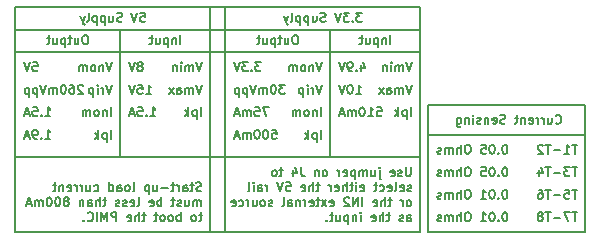
<source format=gbo>
G04 #@! TF.FileFunction,Legend,Bot*
%FSLAX46Y46*%
G04 Gerber Fmt 4.6, Leading zero omitted, Abs format (unit mm)*
G04 Created by KiCad (PCBNEW 4.0.6) date 08/14/17 09:10:16*
%MOMM*%
%LPD*%
G01*
G04 APERTURE LIST*
%ADD10C,0.100000*%
%ADD11C,0.200000*%
%ADD12C,0.190500*%
G04 APERTURE END LIST*
D10*
D11*
X157480000Y-141605000D02*
X170815000Y-141605000D01*
D12*
X168293143Y-140607143D02*
X168329429Y-140643429D01*
X168438286Y-140679714D01*
X168510857Y-140679714D01*
X168619714Y-140643429D01*
X168692286Y-140570857D01*
X168728571Y-140498286D01*
X168764857Y-140353143D01*
X168764857Y-140244286D01*
X168728571Y-140099143D01*
X168692286Y-140026571D01*
X168619714Y-139954000D01*
X168510857Y-139917714D01*
X168438286Y-139917714D01*
X168329429Y-139954000D01*
X168293143Y-139990286D01*
X167640000Y-140171714D02*
X167640000Y-140679714D01*
X167966571Y-140171714D02*
X167966571Y-140570857D01*
X167930286Y-140643429D01*
X167857714Y-140679714D01*
X167748857Y-140679714D01*
X167676286Y-140643429D01*
X167640000Y-140607143D01*
X167277142Y-140679714D02*
X167277142Y-140171714D01*
X167277142Y-140316857D02*
X167240857Y-140244286D01*
X167204571Y-140208000D01*
X167132000Y-140171714D01*
X167059428Y-140171714D01*
X166805428Y-140679714D02*
X166805428Y-140171714D01*
X166805428Y-140316857D02*
X166769143Y-140244286D01*
X166732857Y-140208000D01*
X166660286Y-140171714D01*
X166587714Y-140171714D01*
X166043429Y-140643429D02*
X166116000Y-140679714D01*
X166261143Y-140679714D01*
X166333714Y-140643429D01*
X166370000Y-140570857D01*
X166370000Y-140280571D01*
X166333714Y-140208000D01*
X166261143Y-140171714D01*
X166116000Y-140171714D01*
X166043429Y-140208000D01*
X166007143Y-140280571D01*
X166007143Y-140353143D01*
X166370000Y-140425714D01*
X165680571Y-140171714D02*
X165680571Y-140679714D01*
X165680571Y-140244286D02*
X165644286Y-140208000D01*
X165571714Y-140171714D01*
X165462857Y-140171714D01*
X165390286Y-140208000D01*
X165354000Y-140280571D01*
X165354000Y-140679714D01*
X165100000Y-140171714D02*
X164809714Y-140171714D01*
X164991142Y-139917714D02*
X164991142Y-140570857D01*
X164954857Y-140643429D01*
X164882285Y-140679714D01*
X164809714Y-140679714D01*
X164011428Y-140643429D02*
X163902571Y-140679714D01*
X163721142Y-140679714D01*
X163648571Y-140643429D01*
X163612285Y-140607143D01*
X163576000Y-140534571D01*
X163576000Y-140462000D01*
X163612285Y-140389429D01*
X163648571Y-140353143D01*
X163721142Y-140316857D01*
X163866285Y-140280571D01*
X163938857Y-140244286D01*
X163975142Y-140208000D01*
X164011428Y-140135429D01*
X164011428Y-140062857D01*
X163975142Y-139990286D01*
X163938857Y-139954000D01*
X163866285Y-139917714D01*
X163684857Y-139917714D01*
X163576000Y-139954000D01*
X162959143Y-140643429D02*
X163031714Y-140679714D01*
X163176857Y-140679714D01*
X163249428Y-140643429D01*
X163285714Y-140570857D01*
X163285714Y-140280571D01*
X163249428Y-140208000D01*
X163176857Y-140171714D01*
X163031714Y-140171714D01*
X162959143Y-140208000D01*
X162922857Y-140280571D01*
X162922857Y-140353143D01*
X163285714Y-140425714D01*
X162596285Y-140171714D02*
X162596285Y-140679714D01*
X162596285Y-140244286D02*
X162560000Y-140208000D01*
X162487428Y-140171714D01*
X162378571Y-140171714D01*
X162306000Y-140208000D01*
X162269714Y-140280571D01*
X162269714Y-140679714D01*
X161943142Y-140643429D02*
X161870571Y-140679714D01*
X161725428Y-140679714D01*
X161652856Y-140643429D01*
X161616571Y-140570857D01*
X161616571Y-140534571D01*
X161652856Y-140462000D01*
X161725428Y-140425714D01*
X161834285Y-140425714D01*
X161906856Y-140389429D01*
X161943142Y-140316857D01*
X161943142Y-140280571D01*
X161906856Y-140208000D01*
X161834285Y-140171714D01*
X161725428Y-140171714D01*
X161652856Y-140208000D01*
X161289999Y-140679714D02*
X161289999Y-140171714D01*
X161289999Y-139917714D02*
X161326285Y-139954000D01*
X161289999Y-139990286D01*
X161253714Y-139954000D01*
X161289999Y-139917714D01*
X161289999Y-139990286D01*
X160927142Y-140171714D02*
X160927142Y-140679714D01*
X160927142Y-140244286D02*
X160890857Y-140208000D01*
X160818285Y-140171714D01*
X160709428Y-140171714D01*
X160636857Y-140208000D01*
X160600571Y-140280571D01*
X160600571Y-140679714D01*
X159911142Y-140171714D02*
X159911142Y-140788571D01*
X159947428Y-140861143D01*
X159983713Y-140897429D01*
X160056285Y-140933714D01*
X160165142Y-140933714D01*
X160237713Y-140897429D01*
X159911142Y-140643429D02*
X159983713Y-140679714D01*
X160128856Y-140679714D01*
X160201428Y-140643429D01*
X160237713Y-140607143D01*
X160273999Y-140534571D01*
X160273999Y-140316857D01*
X160237713Y-140244286D01*
X160201428Y-140208000D01*
X160128856Y-140171714D01*
X159983713Y-140171714D01*
X159911142Y-140208000D01*
D11*
X157480000Y-149860000D02*
X157480000Y-139065000D01*
X170815000Y-149860000D02*
X157480000Y-149860000D01*
X170815000Y-139065000D02*
X170815000Y-149860000D01*
X157480000Y-139065000D02*
X170815000Y-139065000D01*
X156845000Y-149860000D02*
X156845000Y-144145000D01*
X140335000Y-149860000D02*
X156845000Y-149860000D01*
X140335000Y-149860000D02*
X139065000Y-149860000D01*
X140335000Y-144145000D02*
X140335000Y-149860000D01*
X122555000Y-149860000D02*
X122555000Y-144145000D01*
X139065000Y-149860000D02*
X122555000Y-149860000D01*
X139065000Y-144145000D02*
X139065000Y-149860000D01*
D12*
X155702000Y-148934714D02*
X155702000Y-148535571D01*
X155738286Y-148463000D01*
X155810857Y-148426714D01*
X155956000Y-148426714D01*
X156028571Y-148463000D01*
X155702000Y-148898429D02*
X155774571Y-148934714D01*
X155956000Y-148934714D01*
X156028571Y-148898429D01*
X156064857Y-148825857D01*
X156064857Y-148753286D01*
X156028571Y-148680714D01*
X155956000Y-148644429D01*
X155774571Y-148644429D01*
X155702000Y-148608143D01*
X155375428Y-148898429D02*
X155302857Y-148934714D01*
X155157714Y-148934714D01*
X155085142Y-148898429D01*
X155048857Y-148825857D01*
X155048857Y-148789571D01*
X155085142Y-148717000D01*
X155157714Y-148680714D01*
X155266571Y-148680714D01*
X155339142Y-148644429D01*
X155375428Y-148571857D01*
X155375428Y-148535571D01*
X155339142Y-148463000D01*
X155266571Y-148426714D01*
X155157714Y-148426714D01*
X155085142Y-148463000D01*
X154250572Y-148426714D02*
X153960286Y-148426714D01*
X154141714Y-148172714D02*
X154141714Y-148825857D01*
X154105429Y-148898429D01*
X154032857Y-148934714D01*
X153960286Y-148934714D01*
X153706285Y-148934714D02*
X153706285Y-148172714D01*
X153379714Y-148934714D02*
X153379714Y-148535571D01*
X153416000Y-148463000D01*
X153488571Y-148426714D01*
X153597428Y-148426714D01*
X153670000Y-148463000D01*
X153706285Y-148499286D01*
X152726571Y-148898429D02*
X152799142Y-148934714D01*
X152944285Y-148934714D01*
X153016856Y-148898429D01*
X153053142Y-148825857D01*
X153053142Y-148535571D01*
X153016856Y-148463000D01*
X152944285Y-148426714D01*
X152799142Y-148426714D01*
X152726571Y-148463000D01*
X152690285Y-148535571D01*
X152690285Y-148608143D01*
X153053142Y-148680714D01*
X151783142Y-148934714D02*
X151783142Y-148426714D01*
X151783142Y-148172714D02*
X151819428Y-148209000D01*
X151783142Y-148245286D01*
X151746857Y-148209000D01*
X151783142Y-148172714D01*
X151783142Y-148245286D01*
X151420285Y-148426714D02*
X151420285Y-148934714D01*
X151420285Y-148499286D02*
X151384000Y-148463000D01*
X151311428Y-148426714D01*
X151202571Y-148426714D01*
X151130000Y-148463000D01*
X151093714Y-148535571D01*
X151093714Y-148934714D01*
X150730856Y-148426714D02*
X150730856Y-149188714D01*
X150730856Y-148463000D02*
X150658285Y-148426714D01*
X150513142Y-148426714D01*
X150440571Y-148463000D01*
X150404285Y-148499286D01*
X150367999Y-148571857D01*
X150367999Y-148789571D01*
X150404285Y-148862143D01*
X150440571Y-148898429D01*
X150513142Y-148934714D01*
X150658285Y-148934714D01*
X150730856Y-148898429D01*
X149714856Y-148426714D02*
X149714856Y-148934714D01*
X150041427Y-148426714D02*
X150041427Y-148825857D01*
X150005142Y-148898429D01*
X149932570Y-148934714D01*
X149823713Y-148934714D01*
X149751142Y-148898429D01*
X149714856Y-148862143D01*
X149460856Y-148426714D02*
X149170570Y-148426714D01*
X149351998Y-148172714D02*
X149351998Y-148825857D01*
X149315713Y-148898429D01*
X149243141Y-148934714D01*
X149170570Y-148934714D01*
X148916569Y-148862143D02*
X148880284Y-148898429D01*
X148916569Y-148934714D01*
X148952855Y-148898429D01*
X148916569Y-148862143D01*
X148916569Y-148934714D01*
X155919714Y-147664714D02*
X155992286Y-147628429D01*
X156028571Y-147592143D01*
X156064857Y-147519571D01*
X156064857Y-147301857D01*
X156028571Y-147229286D01*
X155992286Y-147193000D01*
X155919714Y-147156714D01*
X155810857Y-147156714D01*
X155738286Y-147193000D01*
X155702000Y-147229286D01*
X155665714Y-147301857D01*
X155665714Y-147519571D01*
X155702000Y-147592143D01*
X155738286Y-147628429D01*
X155810857Y-147664714D01*
X155919714Y-147664714D01*
X155339142Y-147664714D02*
X155339142Y-147156714D01*
X155339142Y-147301857D02*
X155302857Y-147229286D01*
X155266571Y-147193000D01*
X155194000Y-147156714D01*
X155121428Y-147156714D01*
X154395715Y-147156714D02*
X154105429Y-147156714D01*
X154286857Y-146902714D02*
X154286857Y-147555857D01*
X154250572Y-147628429D01*
X154178000Y-147664714D01*
X154105429Y-147664714D01*
X153851428Y-147664714D02*
X153851428Y-146902714D01*
X153524857Y-147664714D02*
X153524857Y-147265571D01*
X153561143Y-147193000D01*
X153633714Y-147156714D01*
X153742571Y-147156714D01*
X153815143Y-147193000D01*
X153851428Y-147229286D01*
X152871714Y-147628429D02*
X152944285Y-147664714D01*
X153089428Y-147664714D01*
X153161999Y-147628429D01*
X153198285Y-147555857D01*
X153198285Y-147265571D01*
X153161999Y-147193000D01*
X153089428Y-147156714D01*
X152944285Y-147156714D01*
X152871714Y-147193000D01*
X152835428Y-147265571D01*
X152835428Y-147338143D01*
X153198285Y-147410714D01*
X151928285Y-147664714D02*
X151928285Y-146902714D01*
X151565428Y-147664714D02*
X151565428Y-146902714D01*
X151130000Y-147664714D01*
X151130000Y-146902714D01*
X150803428Y-146975286D02*
X150767142Y-146939000D01*
X150694571Y-146902714D01*
X150513142Y-146902714D01*
X150440571Y-146939000D01*
X150404285Y-146975286D01*
X150368000Y-147047857D01*
X150368000Y-147120429D01*
X150404285Y-147229286D01*
X150839714Y-147664714D01*
X150368000Y-147664714D01*
X149170572Y-147628429D02*
X149243143Y-147664714D01*
X149388286Y-147664714D01*
X149460857Y-147628429D01*
X149497143Y-147555857D01*
X149497143Y-147265571D01*
X149460857Y-147193000D01*
X149388286Y-147156714D01*
X149243143Y-147156714D01*
X149170572Y-147193000D01*
X149134286Y-147265571D01*
X149134286Y-147338143D01*
X149497143Y-147410714D01*
X148880286Y-147664714D02*
X148481143Y-147156714D01*
X148880286Y-147156714D02*
X148481143Y-147664714D01*
X148299715Y-147156714D02*
X148009429Y-147156714D01*
X148190857Y-146902714D02*
X148190857Y-147555857D01*
X148154572Y-147628429D01*
X148082000Y-147664714D01*
X148009429Y-147664714D01*
X147465143Y-147628429D02*
X147537714Y-147664714D01*
X147682857Y-147664714D01*
X147755428Y-147628429D01*
X147791714Y-147555857D01*
X147791714Y-147265571D01*
X147755428Y-147193000D01*
X147682857Y-147156714D01*
X147537714Y-147156714D01*
X147465143Y-147193000D01*
X147428857Y-147265571D01*
X147428857Y-147338143D01*
X147791714Y-147410714D01*
X147102285Y-147664714D02*
X147102285Y-147156714D01*
X147102285Y-147301857D02*
X147066000Y-147229286D01*
X147029714Y-147193000D01*
X146957143Y-147156714D01*
X146884571Y-147156714D01*
X146630571Y-147156714D02*
X146630571Y-147664714D01*
X146630571Y-147229286D02*
X146594286Y-147193000D01*
X146521714Y-147156714D01*
X146412857Y-147156714D01*
X146340286Y-147193000D01*
X146304000Y-147265571D01*
X146304000Y-147664714D01*
X145614571Y-147664714D02*
X145614571Y-147265571D01*
X145650857Y-147193000D01*
X145723428Y-147156714D01*
X145868571Y-147156714D01*
X145941142Y-147193000D01*
X145614571Y-147628429D02*
X145687142Y-147664714D01*
X145868571Y-147664714D01*
X145941142Y-147628429D01*
X145977428Y-147555857D01*
X145977428Y-147483286D01*
X145941142Y-147410714D01*
X145868571Y-147374429D01*
X145687142Y-147374429D01*
X145614571Y-147338143D01*
X145142856Y-147664714D02*
X145215428Y-147628429D01*
X145251713Y-147555857D01*
X145251713Y-146902714D01*
X144308285Y-147628429D02*
X144235714Y-147664714D01*
X144090571Y-147664714D01*
X144017999Y-147628429D01*
X143981714Y-147555857D01*
X143981714Y-147519571D01*
X144017999Y-147447000D01*
X144090571Y-147410714D01*
X144199428Y-147410714D01*
X144271999Y-147374429D01*
X144308285Y-147301857D01*
X144308285Y-147265571D01*
X144271999Y-147193000D01*
X144199428Y-147156714D01*
X144090571Y-147156714D01*
X144017999Y-147193000D01*
X143546285Y-147664714D02*
X143618857Y-147628429D01*
X143655142Y-147592143D01*
X143691428Y-147519571D01*
X143691428Y-147301857D01*
X143655142Y-147229286D01*
X143618857Y-147193000D01*
X143546285Y-147156714D01*
X143437428Y-147156714D01*
X143364857Y-147193000D01*
X143328571Y-147229286D01*
X143292285Y-147301857D01*
X143292285Y-147519571D01*
X143328571Y-147592143D01*
X143364857Y-147628429D01*
X143437428Y-147664714D01*
X143546285Y-147664714D01*
X142639142Y-147156714D02*
X142639142Y-147664714D01*
X142965713Y-147156714D02*
X142965713Y-147555857D01*
X142929428Y-147628429D01*
X142856856Y-147664714D01*
X142747999Y-147664714D01*
X142675428Y-147628429D01*
X142639142Y-147592143D01*
X142276284Y-147664714D02*
X142276284Y-147156714D01*
X142276284Y-147301857D02*
X142239999Y-147229286D01*
X142203713Y-147193000D01*
X142131142Y-147156714D01*
X142058570Y-147156714D01*
X141477999Y-147628429D02*
X141550570Y-147664714D01*
X141695713Y-147664714D01*
X141768285Y-147628429D01*
X141804570Y-147592143D01*
X141840856Y-147519571D01*
X141840856Y-147301857D01*
X141804570Y-147229286D01*
X141768285Y-147193000D01*
X141695713Y-147156714D01*
X141550570Y-147156714D01*
X141477999Y-147193000D01*
X140861142Y-147628429D02*
X140933713Y-147664714D01*
X141078856Y-147664714D01*
X141151427Y-147628429D01*
X141187713Y-147555857D01*
X141187713Y-147265571D01*
X141151427Y-147193000D01*
X141078856Y-147156714D01*
X140933713Y-147156714D01*
X140861142Y-147193000D01*
X140824856Y-147265571D01*
X140824856Y-147338143D01*
X141187713Y-147410714D01*
X156064857Y-146358429D02*
X155992286Y-146394714D01*
X155847143Y-146394714D01*
X155774571Y-146358429D01*
X155738286Y-146285857D01*
X155738286Y-146249571D01*
X155774571Y-146177000D01*
X155847143Y-146140714D01*
X155956000Y-146140714D01*
X156028571Y-146104429D01*
X156064857Y-146031857D01*
X156064857Y-145995571D01*
X156028571Y-145923000D01*
X155956000Y-145886714D01*
X155847143Y-145886714D01*
X155774571Y-145923000D01*
X155121429Y-146358429D02*
X155194000Y-146394714D01*
X155339143Y-146394714D01*
X155411714Y-146358429D01*
X155448000Y-146285857D01*
X155448000Y-145995571D01*
X155411714Y-145923000D01*
X155339143Y-145886714D01*
X155194000Y-145886714D01*
X155121429Y-145923000D01*
X155085143Y-145995571D01*
X155085143Y-146068143D01*
X155448000Y-146140714D01*
X154649714Y-146394714D02*
X154722286Y-146358429D01*
X154758571Y-146285857D01*
X154758571Y-145632714D01*
X154069143Y-146358429D02*
X154141714Y-146394714D01*
X154286857Y-146394714D01*
X154359428Y-146358429D01*
X154395714Y-146285857D01*
X154395714Y-145995571D01*
X154359428Y-145923000D01*
X154286857Y-145886714D01*
X154141714Y-145886714D01*
X154069143Y-145923000D01*
X154032857Y-145995571D01*
X154032857Y-146068143D01*
X154395714Y-146140714D01*
X153379714Y-146358429D02*
X153452285Y-146394714D01*
X153597428Y-146394714D01*
X153670000Y-146358429D01*
X153706285Y-146322143D01*
X153742571Y-146249571D01*
X153742571Y-146031857D01*
X153706285Y-145959286D01*
X153670000Y-145923000D01*
X153597428Y-145886714D01*
X153452285Y-145886714D01*
X153379714Y-145923000D01*
X153162000Y-145886714D02*
X152871714Y-145886714D01*
X153053142Y-145632714D02*
X153053142Y-146285857D01*
X153016857Y-146358429D01*
X152944285Y-146394714D01*
X152871714Y-146394714D01*
X151746857Y-146358429D02*
X151819428Y-146394714D01*
X151964571Y-146394714D01*
X152037142Y-146358429D01*
X152073428Y-146285857D01*
X152073428Y-145995571D01*
X152037142Y-145923000D01*
X151964571Y-145886714D01*
X151819428Y-145886714D01*
X151746857Y-145923000D01*
X151710571Y-145995571D01*
X151710571Y-146068143D01*
X152073428Y-146140714D01*
X151383999Y-146394714D02*
X151383999Y-145886714D01*
X151383999Y-145632714D02*
X151420285Y-145669000D01*
X151383999Y-145705286D01*
X151347714Y-145669000D01*
X151383999Y-145632714D01*
X151383999Y-145705286D01*
X151130000Y-145886714D02*
X150839714Y-145886714D01*
X151021142Y-145632714D02*
X151021142Y-146285857D01*
X150984857Y-146358429D01*
X150912285Y-146394714D01*
X150839714Y-146394714D01*
X150585713Y-146394714D02*
X150585713Y-145632714D01*
X150259142Y-146394714D02*
X150259142Y-145995571D01*
X150295428Y-145923000D01*
X150367999Y-145886714D01*
X150476856Y-145886714D01*
X150549428Y-145923000D01*
X150585713Y-145959286D01*
X149605999Y-146358429D02*
X149678570Y-146394714D01*
X149823713Y-146394714D01*
X149896284Y-146358429D01*
X149932570Y-146285857D01*
X149932570Y-145995571D01*
X149896284Y-145923000D01*
X149823713Y-145886714D01*
X149678570Y-145886714D01*
X149605999Y-145923000D01*
X149569713Y-145995571D01*
X149569713Y-146068143D01*
X149932570Y-146140714D01*
X149243141Y-146394714D02*
X149243141Y-145886714D01*
X149243141Y-146031857D02*
X149206856Y-145959286D01*
X149170570Y-145923000D01*
X149097999Y-145886714D01*
X149025427Y-145886714D01*
X148299714Y-145886714D02*
X148009428Y-145886714D01*
X148190856Y-145632714D02*
X148190856Y-146285857D01*
X148154571Y-146358429D01*
X148081999Y-146394714D01*
X148009428Y-146394714D01*
X147755427Y-146394714D02*
X147755427Y-145632714D01*
X147428856Y-146394714D02*
X147428856Y-145995571D01*
X147465142Y-145923000D01*
X147537713Y-145886714D01*
X147646570Y-145886714D01*
X147719142Y-145923000D01*
X147755427Y-145959286D01*
X146775713Y-146358429D02*
X146848284Y-146394714D01*
X146993427Y-146394714D01*
X147065998Y-146358429D01*
X147102284Y-146285857D01*
X147102284Y-145995571D01*
X147065998Y-145923000D01*
X146993427Y-145886714D01*
X146848284Y-145886714D01*
X146775713Y-145923000D01*
X146739427Y-145995571D01*
X146739427Y-146068143D01*
X147102284Y-146140714D01*
X145469427Y-145632714D02*
X145832284Y-145632714D01*
X145868570Y-145995571D01*
X145832284Y-145959286D01*
X145759713Y-145923000D01*
X145578284Y-145923000D01*
X145505713Y-145959286D01*
X145469427Y-145995571D01*
X145433142Y-146068143D01*
X145433142Y-146249571D01*
X145469427Y-146322143D01*
X145505713Y-146358429D01*
X145578284Y-146394714D01*
X145759713Y-146394714D01*
X145832284Y-146358429D01*
X145868570Y-146322143D01*
X145215428Y-145632714D02*
X144961428Y-146394714D01*
X144707428Y-145632714D01*
X143872856Y-146394714D02*
X143872856Y-145886714D01*
X143872856Y-146031857D02*
X143836571Y-145959286D01*
X143800285Y-145923000D01*
X143727714Y-145886714D01*
X143655142Y-145886714D01*
X143074571Y-146394714D02*
X143074571Y-145995571D01*
X143110857Y-145923000D01*
X143183428Y-145886714D01*
X143328571Y-145886714D01*
X143401142Y-145923000D01*
X143074571Y-146358429D02*
X143147142Y-146394714D01*
X143328571Y-146394714D01*
X143401142Y-146358429D01*
X143437428Y-146285857D01*
X143437428Y-146213286D01*
X143401142Y-146140714D01*
X143328571Y-146104429D01*
X143147142Y-146104429D01*
X143074571Y-146068143D01*
X142711713Y-146394714D02*
X142711713Y-145886714D01*
X142711713Y-145632714D02*
X142747999Y-145669000D01*
X142711713Y-145705286D01*
X142675428Y-145669000D01*
X142711713Y-145632714D01*
X142711713Y-145705286D01*
X142239999Y-146394714D02*
X142312571Y-146358429D01*
X142348856Y-146285857D01*
X142348856Y-145632714D01*
X156028571Y-144362714D02*
X156028571Y-144979571D01*
X155992286Y-145052143D01*
X155956000Y-145088429D01*
X155883429Y-145124714D01*
X155738286Y-145124714D01*
X155665714Y-145088429D01*
X155629429Y-145052143D01*
X155593143Y-144979571D01*
X155593143Y-144362714D01*
X155266571Y-145088429D02*
X155194000Y-145124714D01*
X155048857Y-145124714D01*
X154976285Y-145088429D01*
X154940000Y-145015857D01*
X154940000Y-144979571D01*
X154976285Y-144907000D01*
X155048857Y-144870714D01*
X155157714Y-144870714D01*
X155230285Y-144834429D01*
X155266571Y-144761857D01*
X155266571Y-144725571D01*
X155230285Y-144653000D01*
X155157714Y-144616714D01*
X155048857Y-144616714D01*
X154976285Y-144653000D01*
X154323143Y-145088429D02*
X154395714Y-145124714D01*
X154540857Y-145124714D01*
X154613428Y-145088429D01*
X154649714Y-145015857D01*
X154649714Y-144725571D01*
X154613428Y-144653000D01*
X154540857Y-144616714D01*
X154395714Y-144616714D01*
X154323143Y-144653000D01*
X154286857Y-144725571D01*
X154286857Y-144798143D01*
X154649714Y-144870714D01*
X153379714Y-144616714D02*
X153379714Y-145269857D01*
X153416000Y-145342429D01*
X153488572Y-145378714D01*
X153524857Y-145378714D01*
X153379714Y-144362714D02*
X153416000Y-144399000D01*
X153379714Y-144435286D01*
X153343429Y-144399000D01*
X153379714Y-144362714D01*
X153379714Y-144435286D01*
X152690286Y-144616714D02*
X152690286Y-145124714D01*
X153016857Y-144616714D02*
X153016857Y-145015857D01*
X152980572Y-145088429D01*
X152908000Y-145124714D01*
X152799143Y-145124714D01*
X152726572Y-145088429D01*
X152690286Y-145052143D01*
X152327428Y-145124714D02*
X152327428Y-144616714D01*
X152327428Y-144689286D02*
X152291143Y-144653000D01*
X152218571Y-144616714D01*
X152109714Y-144616714D01*
X152037143Y-144653000D01*
X152000857Y-144725571D01*
X152000857Y-145124714D01*
X152000857Y-144725571D02*
X151964571Y-144653000D01*
X151892000Y-144616714D01*
X151783143Y-144616714D01*
X151710571Y-144653000D01*
X151674286Y-144725571D01*
X151674286Y-145124714D01*
X151311428Y-144616714D02*
X151311428Y-145378714D01*
X151311428Y-144653000D02*
X151238857Y-144616714D01*
X151093714Y-144616714D01*
X151021143Y-144653000D01*
X150984857Y-144689286D01*
X150948571Y-144761857D01*
X150948571Y-144979571D01*
X150984857Y-145052143D01*
X151021143Y-145088429D01*
X151093714Y-145124714D01*
X151238857Y-145124714D01*
X151311428Y-145088429D01*
X150331714Y-145088429D02*
X150404285Y-145124714D01*
X150549428Y-145124714D01*
X150621999Y-145088429D01*
X150658285Y-145015857D01*
X150658285Y-144725571D01*
X150621999Y-144653000D01*
X150549428Y-144616714D01*
X150404285Y-144616714D01*
X150331714Y-144653000D01*
X150295428Y-144725571D01*
X150295428Y-144798143D01*
X150658285Y-144870714D01*
X149968856Y-145124714D02*
X149968856Y-144616714D01*
X149968856Y-144761857D02*
X149932571Y-144689286D01*
X149896285Y-144653000D01*
X149823714Y-144616714D01*
X149751142Y-144616714D01*
X148807714Y-145124714D02*
X148880286Y-145088429D01*
X148916571Y-145052143D01*
X148952857Y-144979571D01*
X148952857Y-144761857D01*
X148916571Y-144689286D01*
X148880286Y-144653000D01*
X148807714Y-144616714D01*
X148698857Y-144616714D01*
X148626286Y-144653000D01*
X148590000Y-144689286D01*
X148553714Y-144761857D01*
X148553714Y-144979571D01*
X148590000Y-145052143D01*
X148626286Y-145088429D01*
X148698857Y-145124714D01*
X148807714Y-145124714D01*
X148227142Y-144616714D02*
X148227142Y-145124714D01*
X148227142Y-144689286D02*
X148190857Y-144653000D01*
X148118285Y-144616714D01*
X148009428Y-144616714D01*
X147936857Y-144653000D01*
X147900571Y-144725571D01*
X147900571Y-145124714D01*
X146739428Y-144362714D02*
X146739428Y-144907000D01*
X146775714Y-145015857D01*
X146848285Y-145088429D01*
X146957142Y-145124714D01*
X147029714Y-145124714D01*
X146050000Y-144616714D02*
X146050000Y-145124714D01*
X146231429Y-144326429D02*
X146412857Y-144870714D01*
X145941143Y-144870714D01*
X145179144Y-144616714D02*
X144888858Y-144616714D01*
X145070286Y-144362714D02*
X145070286Y-145015857D01*
X145034001Y-145088429D01*
X144961429Y-145124714D01*
X144888858Y-145124714D01*
X144526000Y-145124714D02*
X144598572Y-145088429D01*
X144634857Y-145052143D01*
X144671143Y-144979571D01*
X144671143Y-144761857D01*
X144634857Y-144689286D01*
X144598572Y-144653000D01*
X144526000Y-144616714D01*
X144417143Y-144616714D01*
X144344572Y-144653000D01*
X144308286Y-144689286D01*
X144272000Y-144761857D01*
X144272000Y-144979571D01*
X144308286Y-145052143D01*
X144344572Y-145088429D01*
X144417143Y-145124714D01*
X144526000Y-145124714D01*
X138357429Y-148426714D02*
X138067143Y-148426714D01*
X138248571Y-148172714D02*
X138248571Y-148825857D01*
X138212286Y-148898429D01*
X138139714Y-148934714D01*
X138067143Y-148934714D01*
X137704285Y-148934714D02*
X137776857Y-148898429D01*
X137813142Y-148862143D01*
X137849428Y-148789571D01*
X137849428Y-148571857D01*
X137813142Y-148499286D01*
X137776857Y-148463000D01*
X137704285Y-148426714D01*
X137595428Y-148426714D01*
X137522857Y-148463000D01*
X137486571Y-148499286D01*
X137450285Y-148571857D01*
X137450285Y-148789571D01*
X137486571Y-148862143D01*
X137522857Y-148898429D01*
X137595428Y-148934714D01*
X137704285Y-148934714D01*
X136543142Y-148934714D02*
X136543142Y-148172714D01*
X136543142Y-148463000D02*
X136470571Y-148426714D01*
X136325428Y-148426714D01*
X136252857Y-148463000D01*
X136216571Y-148499286D01*
X136180285Y-148571857D01*
X136180285Y-148789571D01*
X136216571Y-148862143D01*
X136252857Y-148898429D01*
X136325428Y-148934714D01*
X136470571Y-148934714D01*
X136543142Y-148898429D01*
X135744856Y-148934714D02*
X135817428Y-148898429D01*
X135853713Y-148862143D01*
X135889999Y-148789571D01*
X135889999Y-148571857D01*
X135853713Y-148499286D01*
X135817428Y-148463000D01*
X135744856Y-148426714D01*
X135635999Y-148426714D01*
X135563428Y-148463000D01*
X135527142Y-148499286D01*
X135490856Y-148571857D01*
X135490856Y-148789571D01*
X135527142Y-148862143D01*
X135563428Y-148898429D01*
X135635999Y-148934714D01*
X135744856Y-148934714D01*
X135055427Y-148934714D02*
X135127999Y-148898429D01*
X135164284Y-148862143D01*
X135200570Y-148789571D01*
X135200570Y-148571857D01*
X135164284Y-148499286D01*
X135127999Y-148463000D01*
X135055427Y-148426714D01*
X134946570Y-148426714D01*
X134873999Y-148463000D01*
X134837713Y-148499286D01*
X134801427Y-148571857D01*
X134801427Y-148789571D01*
X134837713Y-148862143D01*
X134873999Y-148898429D01*
X134946570Y-148934714D01*
X135055427Y-148934714D01*
X134583713Y-148426714D02*
X134293427Y-148426714D01*
X134474855Y-148172714D02*
X134474855Y-148825857D01*
X134438570Y-148898429D01*
X134365998Y-148934714D01*
X134293427Y-148934714D01*
X133567713Y-148426714D02*
X133277427Y-148426714D01*
X133458855Y-148172714D02*
X133458855Y-148825857D01*
X133422570Y-148898429D01*
X133349998Y-148934714D01*
X133277427Y-148934714D01*
X133023426Y-148934714D02*
X133023426Y-148172714D01*
X132696855Y-148934714D02*
X132696855Y-148535571D01*
X132733141Y-148463000D01*
X132805712Y-148426714D01*
X132914569Y-148426714D01*
X132987141Y-148463000D01*
X133023426Y-148499286D01*
X132043712Y-148898429D02*
X132116283Y-148934714D01*
X132261426Y-148934714D01*
X132333997Y-148898429D01*
X132370283Y-148825857D01*
X132370283Y-148535571D01*
X132333997Y-148463000D01*
X132261426Y-148426714D01*
X132116283Y-148426714D01*
X132043712Y-148463000D01*
X132007426Y-148535571D01*
X132007426Y-148608143D01*
X132370283Y-148680714D01*
X131100283Y-148934714D02*
X131100283Y-148172714D01*
X130809998Y-148172714D01*
X130737426Y-148209000D01*
X130701141Y-148245286D01*
X130664855Y-148317857D01*
X130664855Y-148426714D01*
X130701141Y-148499286D01*
X130737426Y-148535571D01*
X130809998Y-148571857D01*
X131100283Y-148571857D01*
X130338283Y-148934714D02*
X130338283Y-148172714D01*
X130084283Y-148717000D01*
X129830283Y-148172714D01*
X129830283Y-148934714D01*
X129467426Y-148934714D02*
X129467426Y-148172714D01*
X128669141Y-148862143D02*
X128705427Y-148898429D01*
X128814284Y-148934714D01*
X128886855Y-148934714D01*
X128995712Y-148898429D01*
X129068284Y-148825857D01*
X129104569Y-148753286D01*
X129140855Y-148608143D01*
X129140855Y-148499286D01*
X129104569Y-148354143D01*
X129068284Y-148281571D01*
X128995712Y-148209000D01*
X128886855Y-148172714D01*
X128814284Y-148172714D01*
X128705427Y-148209000D01*
X128669141Y-148245286D01*
X128342569Y-148862143D02*
X128306284Y-148898429D01*
X128342569Y-148934714D01*
X128378855Y-148898429D01*
X128342569Y-148862143D01*
X128342569Y-148934714D01*
X138248571Y-147664714D02*
X138248571Y-147156714D01*
X138248571Y-147229286D02*
X138212286Y-147193000D01*
X138139714Y-147156714D01*
X138030857Y-147156714D01*
X137958286Y-147193000D01*
X137922000Y-147265571D01*
X137922000Y-147664714D01*
X137922000Y-147265571D02*
X137885714Y-147193000D01*
X137813143Y-147156714D01*
X137704286Y-147156714D01*
X137631714Y-147193000D01*
X137595429Y-147265571D01*
X137595429Y-147664714D01*
X136906000Y-147156714D02*
X136906000Y-147664714D01*
X137232571Y-147156714D02*
X137232571Y-147555857D01*
X137196286Y-147628429D01*
X137123714Y-147664714D01*
X137014857Y-147664714D01*
X136942286Y-147628429D01*
X136906000Y-147592143D01*
X136579428Y-147628429D02*
X136506857Y-147664714D01*
X136361714Y-147664714D01*
X136289142Y-147628429D01*
X136252857Y-147555857D01*
X136252857Y-147519571D01*
X136289142Y-147447000D01*
X136361714Y-147410714D01*
X136470571Y-147410714D01*
X136543142Y-147374429D01*
X136579428Y-147301857D01*
X136579428Y-147265571D01*
X136543142Y-147193000D01*
X136470571Y-147156714D01*
X136361714Y-147156714D01*
X136289142Y-147193000D01*
X136035143Y-147156714D02*
X135744857Y-147156714D01*
X135926285Y-146902714D02*
X135926285Y-147555857D01*
X135890000Y-147628429D01*
X135817428Y-147664714D01*
X135744857Y-147664714D01*
X134910285Y-147664714D02*
X134910285Y-146902714D01*
X134910285Y-147193000D02*
X134837714Y-147156714D01*
X134692571Y-147156714D01*
X134620000Y-147193000D01*
X134583714Y-147229286D01*
X134547428Y-147301857D01*
X134547428Y-147519571D01*
X134583714Y-147592143D01*
X134620000Y-147628429D01*
X134692571Y-147664714D01*
X134837714Y-147664714D01*
X134910285Y-147628429D01*
X133930571Y-147628429D02*
X134003142Y-147664714D01*
X134148285Y-147664714D01*
X134220856Y-147628429D01*
X134257142Y-147555857D01*
X134257142Y-147265571D01*
X134220856Y-147193000D01*
X134148285Y-147156714D01*
X134003142Y-147156714D01*
X133930571Y-147193000D01*
X133894285Y-147265571D01*
X133894285Y-147338143D01*
X134257142Y-147410714D01*
X132878285Y-147664714D02*
X132950857Y-147628429D01*
X132987142Y-147555857D01*
X132987142Y-146902714D01*
X132297714Y-147628429D02*
X132370285Y-147664714D01*
X132515428Y-147664714D01*
X132587999Y-147628429D01*
X132624285Y-147555857D01*
X132624285Y-147265571D01*
X132587999Y-147193000D01*
X132515428Y-147156714D01*
X132370285Y-147156714D01*
X132297714Y-147193000D01*
X132261428Y-147265571D01*
X132261428Y-147338143D01*
X132624285Y-147410714D01*
X131971142Y-147628429D02*
X131898571Y-147664714D01*
X131753428Y-147664714D01*
X131680856Y-147628429D01*
X131644571Y-147555857D01*
X131644571Y-147519571D01*
X131680856Y-147447000D01*
X131753428Y-147410714D01*
X131862285Y-147410714D01*
X131934856Y-147374429D01*
X131971142Y-147301857D01*
X131971142Y-147265571D01*
X131934856Y-147193000D01*
X131862285Y-147156714D01*
X131753428Y-147156714D01*
X131680856Y-147193000D01*
X131354285Y-147628429D02*
X131281714Y-147664714D01*
X131136571Y-147664714D01*
X131063999Y-147628429D01*
X131027714Y-147555857D01*
X131027714Y-147519571D01*
X131063999Y-147447000D01*
X131136571Y-147410714D01*
X131245428Y-147410714D01*
X131317999Y-147374429D01*
X131354285Y-147301857D01*
X131354285Y-147265571D01*
X131317999Y-147193000D01*
X131245428Y-147156714D01*
X131136571Y-147156714D01*
X131063999Y-147193000D01*
X130229429Y-147156714D02*
X129939143Y-147156714D01*
X130120571Y-146902714D02*
X130120571Y-147555857D01*
X130084286Y-147628429D01*
X130011714Y-147664714D01*
X129939143Y-147664714D01*
X129685142Y-147664714D02*
X129685142Y-146902714D01*
X129358571Y-147664714D02*
X129358571Y-147265571D01*
X129394857Y-147193000D01*
X129467428Y-147156714D01*
X129576285Y-147156714D01*
X129648857Y-147193000D01*
X129685142Y-147229286D01*
X128669142Y-147664714D02*
X128669142Y-147265571D01*
X128705428Y-147193000D01*
X128777999Y-147156714D01*
X128923142Y-147156714D01*
X128995713Y-147193000D01*
X128669142Y-147628429D02*
X128741713Y-147664714D01*
X128923142Y-147664714D01*
X128995713Y-147628429D01*
X129031999Y-147555857D01*
X129031999Y-147483286D01*
X128995713Y-147410714D01*
X128923142Y-147374429D01*
X128741713Y-147374429D01*
X128669142Y-147338143D01*
X128306284Y-147156714D02*
X128306284Y-147664714D01*
X128306284Y-147229286D02*
X128269999Y-147193000D01*
X128197427Y-147156714D01*
X128088570Y-147156714D01*
X128015999Y-147193000D01*
X127979713Y-147265571D01*
X127979713Y-147664714D01*
X126927427Y-147229286D02*
X126999999Y-147193000D01*
X127036284Y-147156714D01*
X127072570Y-147084143D01*
X127072570Y-147047857D01*
X127036284Y-146975286D01*
X126999999Y-146939000D01*
X126927427Y-146902714D01*
X126782284Y-146902714D01*
X126709713Y-146939000D01*
X126673427Y-146975286D01*
X126637142Y-147047857D01*
X126637142Y-147084143D01*
X126673427Y-147156714D01*
X126709713Y-147193000D01*
X126782284Y-147229286D01*
X126927427Y-147229286D01*
X126999999Y-147265571D01*
X127036284Y-147301857D01*
X127072570Y-147374429D01*
X127072570Y-147519571D01*
X127036284Y-147592143D01*
X126999999Y-147628429D01*
X126927427Y-147664714D01*
X126782284Y-147664714D01*
X126709713Y-147628429D01*
X126673427Y-147592143D01*
X126637142Y-147519571D01*
X126637142Y-147374429D01*
X126673427Y-147301857D01*
X126709713Y-147265571D01*
X126782284Y-147229286D01*
X126165428Y-146902714D02*
X126092856Y-146902714D01*
X126020285Y-146939000D01*
X125983999Y-146975286D01*
X125947713Y-147047857D01*
X125911428Y-147193000D01*
X125911428Y-147374429D01*
X125947713Y-147519571D01*
X125983999Y-147592143D01*
X126020285Y-147628429D01*
X126092856Y-147664714D01*
X126165428Y-147664714D01*
X126237999Y-147628429D01*
X126274285Y-147592143D01*
X126310570Y-147519571D01*
X126346856Y-147374429D01*
X126346856Y-147193000D01*
X126310570Y-147047857D01*
X126274285Y-146975286D01*
X126237999Y-146939000D01*
X126165428Y-146902714D01*
X125439714Y-146902714D02*
X125367142Y-146902714D01*
X125294571Y-146939000D01*
X125258285Y-146975286D01*
X125221999Y-147047857D01*
X125185714Y-147193000D01*
X125185714Y-147374429D01*
X125221999Y-147519571D01*
X125258285Y-147592143D01*
X125294571Y-147628429D01*
X125367142Y-147664714D01*
X125439714Y-147664714D01*
X125512285Y-147628429D01*
X125548571Y-147592143D01*
X125584856Y-147519571D01*
X125621142Y-147374429D01*
X125621142Y-147193000D01*
X125584856Y-147047857D01*
X125548571Y-146975286D01*
X125512285Y-146939000D01*
X125439714Y-146902714D01*
X124859142Y-147664714D02*
X124859142Y-147156714D01*
X124859142Y-147229286D02*
X124822857Y-147193000D01*
X124750285Y-147156714D01*
X124641428Y-147156714D01*
X124568857Y-147193000D01*
X124532571Y-147265571D01*
X124532571Y-147664714D01*
X124532571Y-147265571D02*
X124496285Y-147193000D01*
X124423714Y-147156714D01*
X124314857Y-147156714D01*
X124242285Y-147193000D01*
X124206000Y-147265571D01*
X124206000Y-147664714D01*
X123879428Y-147447000D02*
X123516571Y-147447000D01*
X123952000Y-147664714D02*
X123698000Y-146902714D01*
X123444000Y-147664714D01*
X138284857Y-146358429D02*
X138176000Y-146394714D01*
X137994571Y-146394714D01*
X137922000Y-146358429D01*
X137885714Y-146322143D01*
X137849429Y-146249571D01*
X137849429Y-146177000D01*
X137885714Y-146104429D01*
X137922000Y-146068143D01*
X137994571Y-146031857D01*
X138139714Y-145995571D01*
X138212286Y-145959286D01*
X138248571Y-145923000D01*
X138284857Y-145850429D01*
X138284857Y-145777857D01*
X138248571Y-145705286D01*
X138212286Y-145669000D01*
X138139714Y-145632714D01*
X137958286Y-145632714D01*
X137849429Y-145669000D01*
X137631715Y-145886714D02*
X137341429Y-145886714D01*
X137522857Y-145632714D02*
X137522857Y-146285857D01*
X137486572Y-146358429D01*
X137414000Y-146394714D01*
X137341429Y-146394714D01*
X136760857Y-146394714D02*
X136760857Y-145995571D01*
X136797143Y-145923000D01*
X136869714Y-145886714D01*
X137014857Y-145886714D01*
X137087428Y-145923000D01*
X136760857Y-146358429D02*
X136833428Y-146394714D01*
X137014857Y-146394714D01*
X137087428Y-146358429D01*
X137123714Y-146285857D01*
X137123714Y-146213286D01*
X137087428Y-146140714D01*
X137014857Y-146104429D01*
X136833428Y-146104429D01*
X136760857Y-146068143D01*
X136397999Y-146394714D02*
X136397999Y-145886714D01*
X136397999Y-146031857D02*
X136361714Y-145959286D01*
X136325428Y-145923000D01*
X136252857Y-145886714D01*
X136180285Y-145886714D01*
X136035143Y-145886714D02*
X135744857Y-145886714D01*
X135926285Y-145632714D02*
X135926285Y-146285857D01*
X135890000Y-146358429D01*
X135817428Y-146394714D01*
X135744857Y-146394714D01*
X135490856Y-146104429D02*
X134910285Y-146104429D01*
X134220856Y-145886714D02*
X134220856Y-146394714D01*
X134547427Y-145886714D02*
X134547427Y-146285857D01*
X134511142Y-146358429D01*
X134438570Y-146394714D01*
X134329713Y-146394714D01*
X134257142Y-146358429D01*
X134220856Y-146322143D01*
X133857998Y-145886714D02*
X133857998Y-146648714D01*
X133857998Y-145923000D02*
X133785427Y-145886714D01*
X133640284Y-145886714D01*
X133567713Y-145923000D01*
X133531427Y-145959286D01*
X133495141Y-146031857D01*
X133495141Y-146249571D01*
X133531427Y-146322143D01*
X133567713Y-146358429D01*
X133640284Y-146394714D01*
X133785427Y-146394714D01*
X133857998Y-146358429D01*
X132479141Y-146394714D02*
X132551713Y-146358429D01*
X132587998Y-146285857D01*
X132587998Y-145632714D01*
X132079998Y-146394714D02*
X132152570Y-146358429D01*
X132188855Y-146322143D01*
X132225141Y-146249571D01*
X132225141Y-146031857D01*
X132188855Y-145959286D01*
X132152570Y-145923000D01*
X132079998Y-145886714D01*
X131971141Y-145886714D01*
X131898570Y-145923000D01*
X131862284Y-145959286D01*
X131825998Y-146031857D01*
X131825998Y-146249571D01*
X131862284Y-146322143D01*
X131898570Y-146358429D01*
X131971141Y-146394714D01*
X132079998Y-146394714D01*
X131172855Y-146394714D02*
X131172855Y-145995571D01*
X131209141Y-145923000D01*
X131281712Y-145886714D01*
X131426855Y-145886714D01*
X131499426Y-145923000D01*
X131172855Y-146358429D02*
X131245426Y-146394714D01*
X131426855Y-146394714D01*
X131499426Y-146358429D01*
X131535712Y-146285857D01*
X131535712Y-146213286D01*
X131499426Y-146140714D01*
X131426855Y-146104429D01*
X131245426Y-146104429D01*
X131172855Y-146068143D01*
X130483426Y-146394714D02*
X130483426Y-145632714D01*
X130483426Y-146358429D02*
X130555997Y-146394714D01*
X130701140Y-146394714D01*
X130773712Y-146358429D01*
X130809997Y-146322143D01*
X130846283Y-146249571D01*
X130846283Y-146031857D01*
X130809997Y-145959286D01*
X130773712Y-145923000D01*
X130701140Y-145886714D01*
X130555997Y-145886714D01*
X130483426Y-145923000D01*
X129213426Y-146358429D02*
X129285997Y-146394714D01*
X129431140Y-146394714D01*
X129503712Y-146358429D01*
X129539997Y-146322143D01*
X129576283Y-146249571D01*
X129576283Y-146031857D01*
X129539997Y-145959286D01*
X129503712Y-145923000D01*
X129431140Y-145886714D01*
X129285997Y-145886714D01*
X129213426Y-145923000D01*
X128560283Y-145886714D02*
X128560283Y-146394714D01*
X128886854Y-145886714D02*
X128886854Y-146285857D01*
X128850569Y-146358429D01*
X128777997Y-146394714D01*
X128669140Y-146394714D01*
X128596569Y-146358429D01*
X128560283Y-146322143D01*
X128197425Y-146394714D02*
X128197425Y-145886714D01*
X128197425Y-146031857D02*
X128161140Y-145959286D01*
X128124854Y-145923000D01*
X128052283Y-145886714D01*
X127979711Y-145886714D01*
X127725711Y-146394714D02*
X127725711Y-145886714D01*
X127725711Y-146031857D02*
X127689426Y-145959286D01*
X127653140Y-145923000D01*
X127580569Y-145886714D01*
X127507997Y-145886714D01*
X126963712Y-146358429D02*
X127036283Y-146394714D01*
X127181426Y-146394714D01*
X127253997Y-146358429D01*
X127290283Y-146285857D01*
X127290283Y-145995571D01*
X127253997Y-145923000D01*
X127181426Y-145886714D01*
X127036283Y-145886714D01*
X126963712Y-145923000D01*
X126927426Y-145995571D01*
X126927426Y-146068143D01*
X127290283Y-146140714D01*
X126600854Y-145886714D02*
X126600854Y-146394714D01*
X126600854Y-145959286D02*
X126564569Y-145923000D01*
X126491997Y-145886714D01*
X126383140Y-145886714D01*
X126310569Y-145923000D01*
X126274283Y-145995571D01*
X126274283Y-146394714D01*
X126020283Y-145886714D02*
X125729997Y-145886714D01*
X125911425Y-145632714D02*
X125911425Y-146285857D01*
X125875140Y-146358429D01*
X125802568Y-146394714D01*
X125729997Y-146394714D01*
D11*
X140335000Y-130810000D02*
X140335000Y-144145000D01*
X139065000Y-130810000D02*
X139065000Y-144145000D01*
X156845000Y-130810000D02*
X156845000Y-144145000D01*
X122555000Y-130810000D02*
X122555000Y-144145000D01*
D12*
X170107429Y-146267714D02*
X169672000Y-146267714D01*
X169889714Y-147029714D02*
X169889714Y-146267714D01*
X169055143Y-146267714D02*
X169418000Y-146267714D01*
X169454286Y-146630571D01*
X169418000Y-146594286D01*
X169345429Y-146558000D01*
X169164000Y-146558000D01*
X169091429Y-146594286D01*
X169055143Y-146630571D01*
X169018858Y-146703143D01*
X169018858Y-146884571D01*
X169055143Y-146957143D01*
X169091429Y-146993429D01*
X169164000Y-147029714D01*
X169345429Y-147029714D01*
X169418000Y-146993429D01*
X169454286Y-146957143D01*
X168692286Y-146739429D02*
X168111715Y-146739429D01*
X167857715Y-146267714D02*
X167422286Y-146267714D01*
X167640000Y-147029714D02*
X167640000Y-146267714D01*
X166841715Y-146267714D02*
X166986858Y-146267714D01*
X167059429Y-146304000D01*
X167095715Y-146340286D01*
X167168286Y-146449143D01*
X167204572Y-146594286D01*
X167204572Y-146884571D01*
X167168286Y-146957143D01*
X167132001Y-146993429D01*
X167059429Y-147029714D01*
X166914286Y-147029714D01*
X166841715Y-146993429D01*
X166805429Y-146957143D01*
X166769144Y-146884571D01*
X166769144Y-146703143D01*
X166805429Y-146630571D01*
X166841715Y-146594286D01*
X166914286Y-146558000D01*
X167059429Y-146558000D01*
X167132001Y-146594286D01*
X167168286Y-146630571D01*
X167204572Y-146703143D01*
X170107429Y-148172714D02*
X169672000Y-148172714D01*
X169889714Y-148934714D02*
X169889714Y-148172714D01*
X169490572Y-148172714D02*
X168982572Y-148172714D01*
X169309143Y-148934714D01*
X168692286Y-148644429D02*
X168111715Y-148644429D01*
X167857715Y-148172714D02*
X167422286Y-148172714D01*
X167640000Y-148934714D02*
X167640000Y-148172714D01*
X167059429Y-148499286D02*
X167132001Y-148463000D01*
X167168286Y-148426714D01*
X167204572Y-148354143D01*
X167204572Y-148317857D01*
X167168286Y-148245286D01*
X167132001Y-148209000D01*
X167059429Y-148172714D01*
X166914286Y-148172714D01*
X166841715Y-148209000D01*
X166805429Y-148245286D01*
X166769144Y-148317857D01*
X166769144Y-148354143D01*
X166805429Y-148426714D01*
X166841715Y-148463000D01*
X166914286Y-148499286D01*
X167059429Y-148499286D01*
X167132001Y-148535571D01*
X167168286Y-148571857D01*
X167204572Y-148644429D01*
X167204572Y-148789571D01*
X167168286Y-148862143D01*
X167132001Y-148898429D01*
X167059429Y-148934714D01*
X166914286Y-148934714D01*
X166841715Y-148898429D01*
X166805429Y-148862143D01*
X166769144Y-148789571D01*
X166769144Y-148644429D01*
X166805429Y-148571857D01*
X166841715Y-148535571D01*
X166914286Y-148499286D01*
X164029571Y-148172714D02*
X163956999Y-148172714D01*
X163884428Y-148209000D01*
X163848142Y-148245286D01*
X163811856Y-148317857D01*
X163775571Y-148463000D01*
X163775571Y-148644429D01*
X163811856Y-148789571D01*
X163848142Y-148862143D01*
X163884428Y-148898429D01*
X163956999Y-148934714D01*
X164029571Y-148934714D01*
X164102142Y-148898429D01*
X164138428Y-148862143D01*
X164174713Y-148789571D01*
X164210999Y-148644429D01*
X164210999Y-148463000D01*
X164174713Y-148317857D01*
X164138428Y-148245286D01*
X164102142Y-148209000D01*
X164029571Y-148172714D01*
X163448999Y-148862143D02*
X163412714Y-148898429D01*
X163448999Y-148934714D01*
X163485285Y-148898429D01*
X163448999Y-148862143D01*
X163448999Y-148934714D01*
X162941000Y-148172714D02*
X162868428Y-148172714D01*
X162795857Y-148209000D01*
X162759571Y-148245286D01*
X162723285Y-148317857D01*
X162687000Y-148463000D01*
X162687000Y-148644429D01*
X162723285Y-148789571D01*
X162759571Y-148862143D01*
X162795857Y-148898429D01*
X162868428Y-148934714D01*
X162941000Y-148934714D01*
X163013571Y-148898429D01*
X163049857Y-148862143D01*
X163086142Y-148789571D01*
X163122428Y-148644429D01*
X163122428Y-148463000D01*
X163086142Y-148317857D01*
X163049857Y-148245286D01*
X163013571Y-148209000D01*
X162941000Y-148172714D01*
X161961286Y-148934714D02*
X162396714Y-148934714D01*
X162179000Y-148934714D02*
X162179000Y-148172714D01*
X162251571Y-148281571D01*
X162324143Y-148354143D01*
X162396714Y-148390429D01*
X160909001Y-148172714D02*
X160763858Y-148172714D01*
X160691286Y-148209000D01*
X160618715Y-148281571D01*
X160582429Y-148426714D01*
X160582429Y-148680714D01*
X160618715Y-148825857D01*
X160691286Y-148898429D01*
X160763858Y-148934714D01*
X160909001Y-148934714D01*
X160981572Y-148898429D01*
X161054143Y-148825857D01*
X161090429Y-148680714D01*
X161090429Y-148426714D01*
X161054143Y-148281571D01*
X160981572Y-148209000D01*
X160909001Y-148172714D01*
X160255857Y-148934714D02*
X160255857Y-148172714D01*
X159929286Y-148934714D02*
X159929286Y-148535571D01*
X159965572Y-148463000D01*
X160038143Y-148426714D01*
X160147000Y-148426714D01*
X160219572Y-148463000D01*
X160255857Y-148499286D01*
X159566428Y-148934714D02*
X159566428Y-148426714D01*
X159566428Y-148499286D02*
X159530143Y-148463000D01*
X159457571Y-148426714D01*
X159348714Y-148426714D01*
X159276143Y-148463000D01*
X159239857Y-148535571D01*
X159239857Y-148934714D01*
X159239857Y-148535571D02*
X159203571Y-148463000D01*
X159131000Y-148426714D01*
X159022143Y-148426714D01*
X158949571Y-148463000D01*
X158913286Y-148535571D01*
X158913286Y-148934714D01*
X158586714Y-148898429D02*
X158514143Y-148934714D01*
X158369000Y-148934714D01*
X158296428Y-148898429D01*
X158260143Y-148825857D01*
X158260143Y-148789571D01*
X158296428Y-148717000D01*
X158369000Y-148680714D01*
X158477857Y-148680714D01*
X158550428Y-148644429D01*
X158586714Y-148571857D01*
X158586714Y-148535571D01*
X158550428Y-148463000D01*
X158477857Y-148426714D01*
X158369000Y-148426714D01*
X158296428Y-148463000D01*
X164029571Y-146267714D02*
X163956999Y-146267714D01*
X163884428Y-146304000D01*
X163848142Y-146340286D01*
X163811856Y-146412857D01*
X163775571Y-146558000D01*
X163775571Y-146739429D01*
X163811856Y-146884571D01*
X163848142Y-146957143D01*
X163884428Y-146993429D01*
X163956999Y-147029714D01*
X164029571Y-147029714D01*
X164102142Y-146993429D01*
X164138428Y-146957143D01*
X164174713Y-146884571D01*
X164210999Y-146739429D01*
X164210999Y-146558000D01*
X164174713Y-146412857D01*
X164138428Y-146340286D01*
X164102142Y-146304000D01*
X164029571Y-146267714D01*
X163448999Y-146957143D02*
X163412714Y-146993429D01*
X163448999Y-147029714D01*
X163485285Y-146993429D01*
X163448999Y-146957143D01*
X163448999Y-147029714D01*
X162941000Y-146267714D02*
X162868428Y-146267714D01*
X162795857Y-146304000D01*
X162759571Y-146340286D01*
X162723285Y-146412857D01*
X162687000Y-146558000D01*
X162687000Y-146739429D01*
X162723285Y-146884571D01*
X162759571Y-146957143D01*
X162795857Y-146993429D01*
X162868428Y-147029714D01*
X162941000Y-147029714D01*
X163013571Y-146993429D01*
X163049857Y-146957143D01*
X163086142Y-146884571D01*
X163122428Y-146739429D01*
X163122428Y-146558000D01*
X163086142Y-146412857D01*
X163049857Y-146340286D01*
X163013571Y-146304000D01*
X162941000Y-146267714D01*
X161961286Y-147029714D02*
X162396714Y-147029714D01*
X162179000Y-147029714D02*
X162179000Y-146267714D01*
X162251571Y-146376571D01*
X162324143Y-146449143D01*
X162396714Y-146485429D01*
X160909001Y-146267714D02*
X160763858Y-146267714D01*
X160691286Y-146304000D01*
X160618715Y-146376571D01*
X160582429Y-146521714D01*
X160582429Y-146775714D01*
X160618715Y-146920857D01*
X160691286Y-146993429D01*
X160763858Y-147029714D01*
X160909001Y-147029714D01*
X160981572Y-146993429D01*
X161054143Y-146920857D01*
X161090429Y-146775714D01*
X161090429Y-146521714D01*
X161054143Y-146376571D01*
X160981572Y-146304000D01*
X160909001Y-146267714D01*
X160255857Y-147029714D02*
X160255857Y-146267714D01*
X159929286Y-147029714D02*
X159929286Y-146630571D01*
X159965572Y-146558000D01*
X160038143Y-146521714D01*
X160147000Y-146521714D01*
X160219572Y-146558000D01*
X160255857Y-146594286D01*
X159566428Y-147029714D02*
X159566428Y-146521714D01*
X159566428Y-146594286D02*
X159530143Y-146558000D01*
X159457571Y-146521714D01*
X159348714Y-146521714D01*
X159276143Y-146558000D01*
X159239857Y-146630571D01*
X159239857Y-147029714D01*
X159239857Y-146630571D02*
X159203571Y-146558000D01*
X159131000Y-146521714D01*
X159022143Y-146521714D01*
X158949571Y-146558000D01*
X158913286Y-146630571D01*
X158913286Y-147029714D01*
X158586714Y-146993429D02*
X158514143Y-147029714D01*
X158369000Y-147029714D01*
X158296428Y-146993429D01*
X158260143Y-146920857D01*
X158260143Y-146884571D01*
X158296428Y-146812000D01*
X158369000Y-146775714D01*
X158477857Y-146775714D01*
X158550428Y-146739429D01*
X158586714Y-146666857D01*
X158586714Y-146630571D01*
X158550428Y-146558000D01*
X158477857Y-146521714D01*
X158369000Y-146521714D01*
X158296428Y-146558000D01*
X170107429Y-144362714D02*
X169672000Y-144362714D01*
X169889714Y-145124714D02*
X169889714Y-144362714D01*
X169490572Y-144362714D02*
X169018858Y-144362714D01*
X169272858Y-144653000D01*
X169164000Y-144653000D01*
X169091429Y-144689286D01*
X169055143Y-144725571D01*
X169018858Y-144798143D01*
X169018858Y-144979571D01*
X169055143Y-145052143D01*
X169091429Y-145088429D01*
X169164000Y-145124714D01*
X169381715Y-145124714D01*
X169454286Y-145088429D01*
X169490572Y-145052143D01*
X168692286Y-144834429D02*
X168111715Y-144834429D01*
X167857715Y-144362714D02*
X167422286Y-144362714D01*
X167640000Y-145124714D02*
X167640000Y-144362714D01*
X166841715Y-144616714D02*
X166841715Y-145124714D01*
X167023144Y-144326429D02*
X167204572Y-144870714D01*
X166732858Y-144870714D01*
X170107429Y-142457714D02*
X169672000Y-142457714D01*
X169889714Y-143219714D02*
X169889714Y-142457714D01*
X169018858Y-143219714D02*
X169454286Y-143219714D01*
X169236572Y-143219714D02*
X169236572Y-142457714D01*
X169309143Y-142566571D01*
X169381715Y-142639143D01*
X169454286Y-142675429D01*
X168692286Y-142929429D02*
X168111715Y-142929429D01*
X167857715Y-142457714D02*
X167422286Y-142457714D01*
X167640000Y-143219714D02*
X167640000Y-142457714D01*
X167204572Y-142530286D02*
X167168286Y-142494000D01*
X167095715Y-142457714D01*
X166914286Y-142457714D01*
X166841715Y-142494000D01*
X166805429Y-142530286D01*
X166769144Y-142602857D01*
X166769144Y-142675429D01*
X166805429Y-142784286D01*
X167240858Y-143219714D01*
X166769144Y-143219714D01*
X164029571Y-142457714D02*
X163956999Y-142457714D01*
X163884428Y-142494000D01*
X163848142Y-142530286D01*
X163811856Y-142602857D01*
X163775571Y-142748000D01*
X163775571Y-142929429D01*
X163811856Y-143074571D01*
X163848142Y-143147143D01*
X163884428Y-143183429D01*
X163956999Y-143219714D01*
X164029571Y-143219714D01*
X164102142Y-143183429D01*
X164138428Y-143147143D01*
X164174713Y-143074571D01*
X164210999Y-142929429D01*
X164210999Y-142748000D01*
X164174713Y-142602857D01*
X164138428Y-142530286D01*
X164102142Y-142494000D01*
X164029571Y-142457714D01*
X163448999Y-143147143D02*
X163412714Y-143183429D01*
X163448999Y-143219714D01*
X163485285Y-143183429D01*
X163448999Y-143147143D01*
X163448999Y-143219714D01*
X162941000Y-142457714D02*
X162868428Y-142457714D01*
X162795857Y-142494000D01*
X162759571Y-142530286D01*
X162723285Y-142602857D01*
X162687000Y-142748000D01*
X162687000Y-142929429D01*
X162723285Y-143074571D01*
X162759571Y-143147143D01*
X162795857Y-143183429D01*
X162868428Y-143219714D01*
X162941000Y-143219714D01*
X163013571Y-143183429D01*
X163049857Y-143147143D01*
X163086142Y-143074571D01*
X163122428Y-142929429D01*
X163122428Y-142748000D01*
X163086142Y-142602857D01*
X163049857Y-142530286D01*
X163013571Y-142494000D01*
X162941000Y-142457714D01*
X161997571Y-142457714D02*
X162360428Y-142457714D01*
X162396714Y-142820571D01*
X162360428Y-142784286D01*
X162287857Y-142748000D01*
X162106428Y-142748000D01*
X162033857Y-142784286D01*
X161997571Y-142820571D01*
X161961286Y-142893143D01*
X161961286Y-143074571D01*
X161997571Y-143147143D01*
X162033857Y-143183429D01*
X162106428Y-143219714D01*
X162287857Y-143219714D01*
X162360428Y-143183429D01*
X162396714Y-143147143D01*
X160909001Y-142457714D02*
X160763858Y-142457714D01*
X160691286Y-142494000D01*
X160618715Y-142566571D01*
X160582429Y-142711714D01*
X160582429Y-142965714D01*
X160618715Y-143110857D01*
X160691286Y-143183429D01*
X160763858Y-143219714D01*
X160909001Y-143219714D01*
X160981572Y-143183429D01*
X161054143Y-143110857D01*
X161090429Y-142965714D01*
X161090429Y-142711714D01*
X161054143Y-142566571D01*
X160981572Y-142494000D01*
X160909001Y-142457714D01*
X160255857Y-143219714D02*
X160255857Y-142457714D01*
X159929286Y-143219714D02*
X159929286Y-142820571D01*
X159965572Y-142748000D01*
X160038143Y-142711714D01*
X160147000Y-142711714D01*
X160219572Y-142748000D01*
X160255857Y-142784286D01*
X159566428Y-143219714D02*
X159566428Y-142711714D01*
X159566428Y-142784286D02*
X159530143Y-142748000D01*
X159457571Y-142711714D01*
X159348714Y-142711714D01*
X159276143Y-142748000D01*
X159239857Y-142820571D01*
X159239857Y-143219714D01*
X159239857Y-142820571D02*
X159203571Y-142748000D01*
X159131000Y-142711714D01*
X159022143Y-142711714D01*
X158949571Y-142748000D01*
X158913286Y-142820571D01*
X158913286Y-143219714D01*
X158586714Y-143183429D02*
X158514143Y-143219714D01*
X158369000Y-143219714D01*
X158296428Y-143183429D01*
X158260143Y-143110857D01*
X158260143Y-143074571D01*
X158296428Y-143002000D01*
X158369000Y-142965714D01*
X158477857Y-142965714D01*
X158550428Y-142929429D01*
X158586714Y-142856857D01*
X158586714Y-142820571D01*
X158550428Y-142748000D01*
X158477857Y-142711714D01*
X158369000Y-142711714D01*
X158296428Y-142748000D01*
X164029571Y-144362714D02*
X163956999Y-144362714D01*
X163884428Y-144399000D01*
X163848142Y-144435286D01*
X163811856Y-144507857D01*
X163775571Y-144653000D01*
X163775571Y-144834429D01*
X163811856Y-144979571D01*
X163848142Y-145052143D01*
X163884428Y-145088429D01*
X163956999Y-145124714D01*
X164029571Y-145124714D01*
X164102142Y-145088429D01*
X164138428Y-145052143D01*
X164174713Y-144979571D01*
X164210999Y-144834429D01*
X164210999Y-144653000D01*
X164174713Y-144507857D01*
X164138428Y-144435286D01*
X164102142Y-144399000D01*
X164029571Y-144362714D01*
X163448999Y-145052143D02*
X163412714Y-145088429D01*
X163448999Y-145124714D01*
X163485285Y-145088429D01*
X163448999Y-145052143D01*
X163448999Y-145124714D01*
X162941000Y-144362714D02*
X162868428Y-144362714D01*
X162795857Y-144399000D01*
X162759571Y-144435286D01*
X162723285Y-144507857D01*
X162687000Y-144653000D01*
X162687000Y-144834429D01*
X162723285Y-144979571D01*
X162759571Y-145052143D01*
X162795857Y-145088429D01*
X162868428Y-145124714D01*
X162941000Y-145124714D01*
X163013571Y-145088429D01*
X163049857Y-145052143D01*
X163086142Y-144979571D01*
X163122428Y-144834429D01*
X163122428Y-144653000D01*
X163086142Y-144507857D01*
X163049857Y-144435286D01*
X163013571Y-144399000D01*
X162941000Y-144362714D01*
X161997571Y-144362714D02*
X162360428Y-144362714D01*
X162396714Y-144725571D01*
X162360428Y-144689286D01*
X162287857Y-144653000D01*
X162106428Y-144653000D01*
X162033857Y-144689286D01*
X161997571Y-144725571D01*
X161961286Y-144798143D01*
X161961286Y-144979571D01*
X161997571Y-145052143D01*
X162033857Y-145088429D01*
X162106428Y-145124714D01*
X162287857Y-145124714D01*
X162360428Y-145088429D01*
X162396714Y-145052143D01*
X160909001Y-144362714D02*
X160763858Y-144362714D01*
X160691286Y-144399000D01*
X160618715Y-144471571D01*
X160582429Y-144616714D01*
X160582429Y-144870714D01*
X160618715Y-145015857D01*
X160691286Y-145088429D01*
X160763858Y-145124714D01*
X160909001Y-145124714D01*
X160981572Y-145088429D01*
X161054143Y-145015857D01*
X161090429Y-144870714D01*
X161090429Y-144616714D01*
X161054143Y-144471571D01*
X160981572Y-144399000D01*
X160909001Y-144362714D01*
X160255857Y-145124714D02*
X160255857Y-144362714D01*
X159929286Y-145124714D02*
X159929286Y-144725571D01*
X159965572Y-144653000D01*
X160038143Y-144616714D01*
X160147000Y-144616714D01*
X160219572Y-144653000D01*
X160255857Y-144689286D01*
X159566428Y-145124714D02*
X159566428Y-144616714D01*
X159566428Y-144689286D02*
X159530143Y-144653000D01*
X159457571Y-144616714D01*
X159348714Y-144616714D01*
X159276143Y-144653000D01*
X159239857Y-144725571D01*
X159239857Y-145124714D01*
X159239857Y-144725571D02*
X159203571Y-144653000D01*
X159131000Y-144616714D01*
X159022143Y-144616714D01*
X158949571Y-144653000D01*
X158913286Y-144725571D01*
X158913286Y-145124714D01*
X158586714Y-145088429D02*
X158514143Y-145124714D01*
X158369000Y-145124714D01*
X158296428Y-145088429D01*
X158260143Y-145015857D01*
X158260143Y-144979571D01*
X158296428Y-144907000D01*
X158369000Y-144870714D01*
X158477857Y-144870714D01*
X158550428Y-144834429D01*
X158586714Y-144761857D01*
X158586714Y-144725571D01*
X158550428Y-144653000D01*
X158477857Y-144616714D01*
X158369000Y-144616714D01*
X158296428Y-144653000D01*
D11*
X149225000Y-132715000D02*
X149225000Y-143510000D01*
X131445000Y-132715000D02*
X131445000Y-143510000D01*
X122555000Y-143510000D02*
X156845000Y-143510000D01*
D12*
X125076857Y-141949714D02*
X125512285Y-141949714D01*
X125294571Y-141949714D02*
X125294571Y-141187714D01*
X125367142Y-141296571D01*
X125439714Y-141369143D01*
X125512285Y-141405429D01*
X124750285Y-141877143D02*
X124714000Y-141913429D01*
X124750285Y-141949714D01*
X124786571Y-141913429D01*
X124750285Y-141877143D01*
X124750285Y-141949714D01*
X124351143Y-141949714D02*
X124206000Y-141949714D01*
X124133428Y-141913429D01*
X124097143Y-141877143D01*
X124024571Y-141768286D01*
X123988286Y-141623143D01*
X123988286Y-141332857D01*
X124024571Y-141260286D01*
X124060857Y-141224000D01*
X124133428Y-141187714D01*
X124278571Y-141187714D01*
X124351143Y-141224000D01*
X124387428Y-141260286D01*
X124423714Y-141332857D01*
X124423714Y-141514286D01*
X124387428Y-141586857D01*
X124351143Y-141623143D01*
X124278571Y-141659429D01*
X124133428Y-141659429D01*
X124060857Y-141623143D01*
X124024571Y-141586857D01*
X123988286Y-141514286D01*
X123698000Y-141732000D02*
X123335143Y-141732000D01*
X123770572Y-141949714D02*
X123516572Y-141187714D01*
X123262572Y-141949714D01*
X125076857Y-140044714D02*
X125512285Y-140044714D01*
X125294571Y-140044714D02*
X125294571Y-139282714D01*
X125367142Y-139391571D01*
X125439714Y-139464143D01*
X125512285Y-139500429D01*
X124750285Y-139972143D02*
X124714000Y-140008429D01*
X124750285Y-140044714D01*
X124786571Y-140008429D01*
X124750285Y-139972143D01*
X124750285Y-140044714D01*
X124024571Y-139282714D02*
X124387428Y-139282714D01*
X124423714Y-139645571D01*
X124387428Y-139609286D01*
X124314857Y-139573000D01*
X124133428Y-139573000D01*
X124060857Y-139609286D01*
X124024571Y-139645571D01*
X123988286Y-139718143D01*
X123988286Y-139899571D01*
X124024571Y-139972143D01*
X124060857Y-140008429D01*
X124133428Y-140044714D01*
X124314857Y-140044714D01*
X124387428Y-140008429D01*
X124423714Y-139972143D01*
X123698000Y-139827000D02*
X123335143Y-139827000D01*
X123770572Y-140044714D02*
X123516572Y-139282714D01*
X123262572Y-140044714D01*
X128270000Y-137450286D02*
X128233714Y-137414000D01*
X128161143Y-137377714D01*
X127979714Y-137377714D01*
X127907143Y-137414000D01*
X127870857Y-137450286D01*
X127834572Y-137522857D01*
X127834572Y-137595429D01*
X127870857Y-137704286D01*
X128306286Y-138139714D01*
X127834572Y-138139714D01*
X127181429Y-137377714D02*
X127326572Y-137377714D01*
X127399143Y-137414000D01*
X127435429Y-137450286D01*
X127508000Y-137559143D01*
X127544286Y-137704286D01*
X127544286Y-137994571D01*
X127508000Y-138067143D01*
X127471715Y-138103429D01*
X127399143Y-138139714D01*
X127254000Y-138139714D01*
X127181429Y-138103429D01*
X127145143Y-138067143D01*
X127108858Y-137994571D01*
X127108858Y-137813143D01*
X127145143Y-137740571D01*
X127181429Y-137704286D01*
X127254000Y-137668000D01*
X127399143Y-137668000D01*
X127471715Y-137704286D01*
X127508000Y-137740571D01*
X127544286Y-137813143D01*
X126637144Y-137377714D02*
X126564572Y-137377714D01*
X126492001Y-137414000D01*
X126455715Y-137450286D01*
X126419429Y-137522857D01*
X126383144Y-137668000D01*
X126383144Y-137849429D01*
X126419429Y-137994571D01*
X126455715Y-138067143D01*
X126492001Y-138103429D01*
X126564572Y-138139714D01*
X126637144Y-138139714D01*
X126709715Y-138103429D01*
X126746001Y-138067143D01*
X126782286Y-137994571D01*
X126818572Y-137849429D01*
X126818572Y-137668000D01*
X126782286Y-137522857D01*
X126746001Y-137450286D01*
X126709715Y-137414000D01*
X126637144Y-137377714D01*
X126056572Y-138139714D02*
X126056572Y-137631714D01*
X126056572Y-137704286D02*
X126020287Y-137668000D01*
X125947715Y-137631714D01*
X125838858Y-137631714D01*
X125766287Y-137668000D01*
X125730001Y-137740571D01*
X125730001Y-138139714D01*
X125730001Y-137740571D02*
X125693715Y-137668000D01*
X125621144Y-137631714D01*
X125512287Y-137631714D01*
X125439715Y-137668000D01*
X125403430Y-137740571D01*
X125403430Y-138139714D01*
X125149430Y-137377714D02*
X124895430Y-138139714D01*
X124641430Y-137377714D01*
X124387429Y-137631714D02*
X124387429Y-138393714D01*
X124387429Y-137668000D02*
X124314858Y-137631714D01*
X124169715Y-137631714D01*
X124097144Y-137668000D01*
X124060858Y-137704286D01*
X124024572Y-137776857D01*
X124024572Y-137994571D01*
X124060858Y-138067143D01*
X124097144Y-138103429D01*
X124169715Y-138139714D01*
X124314858Y-138139714D01*
X124387429Y-138103429D01*
X123698000Y-137631714D02*
X123698000Y-138393714D01*
X123698000Y-137668000D02*
X123625429Y-137631714D01*
X123480286Y-137631714D01*
X123407715Y-137668000D01*
X123371429Y-137704286D01*
X123335143Y-137776857D01*
X123335143Y-137994571D01*
X123371429Y-138067143D01*
X123407715Y-138103429D01*
X123480286Y-138139714D01*
X123625429Y-138139714D01*
X123698000Y-138103429D01*
X124024571Y-135472714D02*
X124387428Y-135472714D01*
X124423714Y-135835571D01*
X124387428Y-135799286D01*
X124314857Y-135763000D01*
X124133428Y-135763000D01*
X124060857Y-135799286D01*
X124024571Y-135835571D01*
X123988286Y-135908143D01*
X123988286Y-136089571D01*
X124024571Y-136162143D01*
X124060857Y-136198429D01*
X124133428Y-136234714D01*
X124314857Y-136234714D01*
X124387428Y-136198429D01*
X124423714Y-136162143D01*
X123770572Y-135472714D02*
X123516572Y-136234714D01*
X123262572Y-135472714D01*
D11*
X122555000Y-134620000D02*
X156845000Y-134620000D01*
X122555000Y-132715000D02*
X156845000Y-132715000D01*
X122555000Y-130810000D02*
X156845000Y-130810000D01*
D12*
X130628571Y-140044714D02*
X130628571Y-139282714D01*
X130265714Y-139536714D02*
X130265714Y-140044714D01*
X130265714Y-139609286D02*
X130229429Y-139573000D01*
X130156857Y-139536714D01*
X130048000Y-139536714D01*
X129975429Y-139573000D01*
X129939143Y-139645571D01*
X129939143Y-140044714D01*
X129467428Y-140044714D02*
X129540000Y-140008429D01*
X129576285Y-139972143D01*
X129612571Y-139899571D01*
X129612571Y-139681857D01*
X129576285Y-139609286D01*
X129540000Y-139573000D01*
X129467428Y-139536714D01*
X129358571Y-139536714D01*
X129286000Y-139573000D01*
X129249714Y-139609286D01*
X129213428Y-139681857D01*
X129213428Y-139899571D01*
X129249714Y-139972143D01*
X129286000Y-140008429D01*
X129358571Y-140044714D01*
X129467428Y-140044714D01*
X128886856Y-140044714D02*
X128886856Y-139536714D01*
X128886856Y-139609286D02*
X128850571Y-139573000D01*
X128777999Y-139536714D01*
X128669142Y-139536714D01*
X128596571Y-139573000D01*
X128560285Y-139645571D01*
X128560285Y-140044714D01*
X128560285Y-139645571D02*
X128523999Y-139573000D01*
X128451428Y-139536714D01*
X128342571Y-139536714D01*
X128269999Y-139573000D01*
X128233714Y-139645571D01*
X128233714Y-140044714D01*
X130628571Y-141949714D02*
X130628571Y-141187714D01*
X130265714Y-141441714D02*
X130265714Y-142203714D01*
X130265714Y-141478000D02*
X130193143Y-141441714D01*
X130048000Y-141441714D01*
X129975429Y-141478000D01*
X129939143Y-141514286D01*
X129902857Y-141586857D01*
X129902857Y-141804571D01*
X129939143Y-141877143D01*
X129975429Y-141913429D01*
X130048000Y-141949714D01*
X130193143Y-141949714D01*
X130265714Y-141913429D01*
X129576285Y-141949714D02*
X129576285Y-141187714D01*
X129503714Y-141659429D02*
X129286000Y-141949714D01*
X129286000Y-141441714D02*
X129576285Y-141732000D01*
X130737429Y-137377714D02*
X130483429Y-138139714D01*
X130229429Y-137377714D01*
X129975428Y-138139714D02*
X129975428Y-137631714D01*
X129975428Y-137776857D02*
X129939143Y-137704286D01*
X129902857Y-137668000D01*
X129830286Y-137631714D01*
X129757714Y-137631714D01*
X129503714Y-138139714D02*
X129503714Y-137631714D01*
X129503714Y-137377714D02*
X129540000Y-137414000D01*
X129503714Y-137450286D01*
X129467429Y-137414000D01*
X129503714Y-137377714D01*
X129503714Y-137450286D01*
X129140857Y-137631714D02*
X129140857Y-138393714D01*
X129140857Y-137668000D02*
X129068286Y-137631714D01*
X128923143Y-137631714D01*
X128850572Y-137668000D01*
X128814286Y-137704286D01*
X128778000Y-137776857D01*
X128778000Y-137994571D01*
X128814286Y-138067143D01*
X128850572Y-138103429D01*
X128923143Y-138139714D01*
X129068286Y-138139714D01*
X129140857Y-138103429D01*
X130737429Y-135472714D02*
X130483429Y-136234714D01*
X130229429Y-135472714D01*
X129975428Y-135726714D02*
X129975428Y-136234714D01*
X129975428Y-135799286D02*
X129939143Y-135763000D01*
X129866571Y-135726714D01*
X129757714Y-135726714D01*
X129685143Y-135763000D01*
X129648857Y-135835571D01*
X129648857Y-136234714D01*
X129177142Y-136234714D02*
X129249714Y-136198429D01*
X129285999Y-136162143D01*
X129322285Y-136089571D01*
X129322285Y-135871857D01*
X129285999Y-135799286D01*
X129249714Y-135763000D01*
X129177142Y-135726714D01*
X129068285Y-135726714D01*
X128995714Y-135763000D01*
X128959428Y-135799286D01*
X128923142Y-135871857D01*
X128923142Y-136089571D01*
X128959428Y-136162143D01*
X128995714Y-136198429D01*
X129068285Y-136234714D01*
X129177142Y-136234714D01*
X128596570Y-136234714D02*
X128596570Y-135726714D01*
X128596570Y-135799286D02*
X128560285Y-135763000D01*
X128487713Y-135726714D01*
X128378856Y-135726714D01*
X128306285Y-135763000D01*
X128269999Y-135835571D01*
X128269999Y-136234714D01*
X128269999Y-135835571D02*
X128233713Y-135763000D01*
X128161142Y-135726714D01*
X128052285Y-135726714D01*
X127979713Y-135763000D01*
X127943428Y-135835571D01*
X127943428Y-136234714D01*
X133966857Y-140044714D02*
X134402285Y-140044714D01*
X134184571Y-140044714D02*
X134184571Y-139282714D01*
X134257142Y-139391571D01*
X134329714Y-139464143D01*
X134402285Y-139500429D01*
X133640285Y-139972143D02*
X133604000Y-140008429D01*
X133640285Y-140044714D01*
X133676571Y-140008429D01*
X133640285Y-139972143D01*
X133640285Y-140044714D01*
X132914571Y-139282714D02*
X133277428Y-139282714D01*
X133313714Y-139645571D01*
X133277428Y-139609286D01*
X133204857Y-139573000D01*
X133023428Y-139573000D01*
X132950857Y-139609286D01*
X132914571Y-139645571D01*
X132878286Y-139718143D01*
X132878286Y-139899571D01*
X132914571Y-139972143D01*
X132950857Y-140008429D01*
X133023428Y-140044714D01*
X133204857Y-140044714D01*
X133277428Y-140008429D01*
X133313714Y-139972143D01*
X132588000Y-139827000D02*
X132225143Y-139827000D01*
X132660572Y-140044714D02*
X132406572Y-139282714D01*
X132152572Y-140044714D01*
X133604000Y-138139714D02*
X134039428Y-138139714D01*
X133821714Y-138139714D02*
X133821714Y-137377714D01*
X133894285Y-137486571D01*
X133966857Y-137559143D01*
X134039428Y-137595429D01*
X132914571Y-137377714D02*
X133277428Y-137377714D01*
X133313714Y-137740571D01*
X133277428Y-137704286D01*
X133204857Y-137668000D01*
X133023428Y-137668000D01*
X132950857Y-137704286D01*
X132914571Y-137740571D01*
X132878286Y-137813143D01*
X132878286Y-137994571D01*
X132914571Y-138067143D01*
X132950857Y-138103429D01*
X133023428Y-138139714D01*
X133204857Y-138139714D01*
X133277428Y-138103429D01*
X133313714Y-138067143D01*
X132660572Y-137377714D02*
X132406572Y-138139714D01*
X132152572Y-137377714D01*
X133168571Y-135799286D02*
X133241143Y-135763000D01*
X133277428Y-135726714D01*
X133313714Y-135654143D01*
X133313714Y-135617857D01*
X133277428Y-135545286D01*
X133241143Y-135509000D01*
X133168571Y-135472714D01*
X133023428Y-135472714D01*
X132950857Y-135509000D01*
X132914571Y-135545286D01*
X132878286Y-135617857D01*
X132878286Y-135654143D01*
X132914571Y-135726714D01*
X132950857Y-135763000D01*
X133023428Y-135799286D01*
X133168571Y-135799286D01*
X133241143Y-135835571D01*
X133277428Y-135871857D01*
X133313714Y-135944429D01*
X133313714Y-136089571D01*
X133277428Y-136162143D01*
X133241143Y-136198429D01*
X133168571Y-136234714D01*
X133023428Y-136234714D01*
X132950857Y-136198429D01*
X132914571Y-136162143D01*
X132878286Y-136089571D01*
X132878286Y-135944429D01*
X132914571Y-135871857D01*
X132950857Y-135835571D01*
X133023428Y-135799286D01*
X132660572Y-135472714D02*
X132406572Y-136234714D01*
X132152572Y-135472714D01*
X156028571Y-140044714D02*
X156028571Y-139282714D01*
X155665714Y-139536714D02*
X155665714Y-140298714D01*
X155665714Y-139573000D02*
X155593143Y-139536714D01*
X155448000Y-139536714D01*
X155375429Y-139573000D01*
X155339143Y-139609286D01*
X155302857Y-139681857D01*
X155302857Y-139899571D01*
X155339143Y-139972143D01*
X155375429Y-140008429D01*
X155448000Y-140044714D01*
X155593143Y-140044714D01*
X155665714Y-140008429D01*
X154976285Y-140044714D02*
X154976285Y-139282714D01*
X154903714Y-139754429D02*
X154686000Y-140044714D01*
X154686000Y-139536714D02*
X154976285Y-139827000D01*
X156137429Y-137377714D02*
X155883429Y-138139714D01*
X155629429Y-137377714D01*
X155375428Y-138139714D02*
X155375428Y-137631714D01*
X155375428Y-137704286D02*
X155339143Y-137668000D01*
X155266571Y-137631714D01*
X155157714Y-137631714D01*
X155085143Y-137668000D01*
X155048857Y-137740571D01*
X155048857Y-138139714D01*
X155048857Y-137740571D02*
X155012571Y-137668000D01*
X154940000Y-137631714D01*
X154831143Y-137631714D01*
X154758571Y-137668000D01*
X154722286Y-137740571D01*
X154722286Y-138139714D01*
X154032857Y-138139714D02*
X154032857Y-137740571D01*
X154069143Y-137668000D01*
X154141714Y-137631714D01*
X154286857Y-137631714D01*
X154359428Y-137668000D01*
X154032857Y-138103429D02*
X154105428Y-138139714D01*
X154286857Y-138139714D01*
X154359428Y-138103429D01*
X154395714Y-138030857D01*
X154395714Y-137958286D01*
X154359428Y-137885714D01*
X154286857Y-137849429D01*
X154105428Y-137849429D01*
X154032857Y-137813143D01*
X153742571Y-138139714D02*
X153343428Y-137631714D01*
X153742571Y-137631714D02*
X153343428Y-138139714D01*
X156137429Y-135472714D02*
X155883429Y-136234714D01*
X155629429Y-135472714D01*
X155375428Y-136234714D02*
X155375428Y-135726714D01*
X155375428Y-135799286D02*
X155339143Y-135763000D01*
X155266571Y-135726714D01*
X155157714Y-135726714D01*
X155085143Y-135763000D01*
X155048857Y-135835571D01*
X155048857Y-136234714D01*
X155048857Y-135835571D02*
X155012571Y-135763000D01*
X154940000Y-135726714D01*
X154831143Y-135726714D01*
X154758571Y-135763000D01*
X154722286Y-135835571D01*
X154722286Y-136234714D01*
X154359428Y-136234714D02*
X154359428Y-135726714D01*
X154359428Y-135472714D02*
X154395714Y-135509000D01*
X154359428Y-135545286D01*
X154323143Y-135509000D01*
X154359428Y-135472714D01*
X154359428Y-135545286D01*
X153996571Y-135726714D02*
X153996571Y-136234714D01*
X153996571Y-135799286D02*
X153960286Y-135763000D01*
X153887714Y-135726714D01*
X153778857Y-135726714D01*
X153706286Y-135763000D01*
X153670000Y-135835571D01*
X153670000Y-136234714D01*
X144271999Y-141187714D02*
X144634856Y-141187714D01*
X144671142Y-141550571D01*
X144634856Y-141514286D01*
X144562285Y-141478000D01*
X144380856Y-141478000D01*
X144308285Y-141514286D01*
X144271999Y-141550571D01*
X144235714Y-141623143D01*
X144235714Y-141804571D01*
X144271999Y-141877143D01*
X144308285Y-141913429D01*
X144380856Y-141949714D01*
X144562285Y-141949714D01*
X144634856Y-141913429D01*
X144671142Y-141877143D01*
X143764000Y-141187714D02*
X143691428Y-141187714D01*
X143618857Y-141224000D01*
X143582571Y-141260286D01*
X143546285Y-141332857D01*
X143510000Y-141478000D01*
X143510000Y-141659429D01*
X143546285Y-141804571D01*
X143582571Y-141877143D01*
X143618857Y-141913429D01*
X143691428Y-141949714D01*
X143764000Y-141949714D01*
X143836571Y-141913429D01*
X143872857Y-141877143D01*
X143909142Y-141804571D01*
X143945428Y-141659429D01*
X143945428Y-141478000D01*
X143909142Y-141332857D01*
X143872857Y-141260286D01*
X143836571Y-141224000D01*
X143764000Y-141187714D01*
X143038286Y-141187714D02*
X142965714Y-141187714D01*
X142893143Y-141224000D01*
X142856857Y-141260286D01*
X142820571Y-141332857D01*
X142784286Y-141478000D01*
X142784286Y-141659429D01*
X142820571Y-141804571D01*
X142856857Y-141877143D01*
X142893143Y-141913429D01*
X142965714Y-141949714D01*
X143038286Y-141949714D01*
X143110857Y-141913429D01*
X143147143Y-141877143D01*
X143183428Y-141804571D01*
X143219714Y-141659429D01*
X143219714Y-141478000D01*
X143183428Y-141332857D01*
X143147143Y-141260286D01*
X143110857Y-141224000D01*
X143038286Y-141187714D01*
X142457714Y-141949714D02*
X142457714Y-141441714D01*
X142457714Y-141514286D02*
X142421429Y-141478000D01*
X142348857Y-141441714D01*
X142240000Y-141441714D01*
X142167429Y-141478000D01*
X142131143Y-141550571D01*
X142131143Y-141949714D01*
X142131143Y-141550571D02*
X142094857Y-141478000D01*
X142022286Y-141441714D01*
X141913429Y-141441714D01*
X141840857Y-141478000D01*
X141804572Y-141550571D01*
X141804572Y-141949714D01*
X141478000Y-141732000D02*
X141115143Y-141732000D01*
X141550572Y-141949714D02*
X141296572Y-141187714D01*
X141042572Y-141949714D01*
X148408571Y-141949714D02*
X148408571Y-141187714D01*
X148045714Y-141441714D02*
X148045714Y-142203714D01*
X148045714Y-141478000D02*
X147973143Y-141441714D01*
X147828000Y-141441714D01*
X147755429Y-141478000D01*
X147719143Y-141514286D01*
X147682857Y-141586857D01*
X147682857Y-141804571D01*
X147719143Y-141877143D01*
X147755429Y-141913429D01*
X147828000Y-141949714D01*
X147973143Y-141949714D01*
X148045714Y-141913429D01*
X147356285Y-141949714D02*
X147356285Y-141187714D01*
X147283714Y-141659429D02*
X147066000Y-141949714D01*
X147066000Y-141441714D02*
X147356285Y-141732000D01*
X143981714Y-139282714D02*
X143473714Y-139282714D01*
X143800285Y-140044714D01*
X142820571Y-139282714D02*
X143183428Y-139282714D01*
X143219714Y-139645571D01*
X143183428Y-139609286D01*
X143110857Y-139573000D01*
X142929428Y-139573000D01*
X142856857Y-139609286D01*
X142820571Y-139645571D01*
X142784286Y-139718143D01*
X142784286Y-139899571D01*
X142820571Y-139972143D01*
X142856857Y-140008429D01*
X142929428Y-140044714D01*
X143110857Y-140044714D01*
X143183428Y-140008429D01*
X143219714Y-139972143D01*
X142457714Y-140044714D02*
X142457714Y-139536714D01*
X142457714Y-139609286D02*
X142421429Y-139573000D01*
X142348857Y-139536714D01*
X142240000Y-139536714D01*
X142167429Y-139573000D01*
X142131143Y-139645571D01*
X142131143Y-140044714D01*
X142131143Y-139645571D02*
X142094857Y-139573000D01*
X142022286Y-139536714D01*
X141913429Y-139536714D01*
X141840857Y-139573000D01*
X141804572Y-139645571D01*
X141804572Y-140044714D01*
X141478000Y-139827000D02*
X141115143Y-139827000D01*
X141550572Y-140044714D02*
X141296572Y-139282714D01*
X141042572Y-140044714D01*
X148408571Y-140044714D02*
X148408571Y-139282714D01*
X148045714Y-139536714D02*
X148045714Y-140044714D01*
X148045714Y-139609286D02*
X148009429Y-139573000D01*
X147936857Y-139536714D01*
X147828000Y-139536714D01*
X147755429Y-139573000D01*
X147719143Y-139645571D01*
X147719143Y-140044714D01*
X147247428Y-140044714D02*
X147320000Y-140008429D01*
X147356285Y-139972143D01*
X147392571Y-139899571D01*
X147392571Y-139681857D01*
X147356285Y-139609286D01*
X147320000Y-139573000D01*
X147247428Y-139536714D01*
X147138571Y-139536714D01*
X147066000Y-139573000D01*
X147029714Y-139609286D01*
X146993428Y-139681857D01*
X146993428Y-139899571D01*
X147029714Y-139972143D01*
X147066000Y-140008429D01*
X147138571Y-140044714D01*
X147247428Y-140044714D01*
X146666856Y-140044714D02*
X146666856Y-139536714D01*
X146666856Y-139609286D02*
X146630571Y-139573000D01*
X146557999Y-139536714D01*
X146449142Y-139536714D01*
X146376571Y-139573000D01*
X146340285Y-139645571D01*
X146340285Y-140044714D01*
X146340285Y-139645571D02*
X146303999Y-139573000D01*
X146231428Y-139536714D01*
X146122571Y-139536714D01*
X146049999Y-139573000D01*
X146013714Y-139645571D01*
X146013714Y-140044714D01*
X153161999Y-139282714D02*
X153524856Y-139282714D01*
X153561142Y-139645571D01*
X153524856Y-139609286D01*
X153452285Y-139573000D01*
X153270856Y-139573000D01*
X153198285Y-139609286D01*
X153161999Y-139645571D01*
X153125714Y-139718143D01*
X153125714Y-139899571D01*
X153161999Y-139972143D01*
X153198285Y-140008429D01*
X153270856Y-140044714D01*
X153452285Y-140044714D01*
X153524856Y-140008429D01*
X153561142Y-139972143D01*
X152400000Y-140044714D02*
X152835428Y-140044714D01*
X152617714Y-140044714D02*
X152617714Y-139282714D01*
X152690285Y-139391571D01*
X152762857Y-139464143D01*
X152835428Y-139500429D01*
X151928286Y-139282714D02*
X151855714Y-139282714D01*
X151783143Y-139319000D01*
X151746857Y-139355286D01*
X151710571Y-139427857D01*
X151674286Y-139573000D01*
X151674286Y-139754429D01*
X151710571Y-139899571D01*
X151746857Y-139972143D01*
X151783143Y-140008429D01*
X151855714Y-140044714D01*
X151928286Y-140044714D01*
X152000857Y-140008429D01*
X152037143Y-139972143D01*
X152073428Y-139899571D01*
X152109714Y-139754429D01*
X152109714Y-139573000D01*
X152073428Y-139427857D01*
X152037143Y-139355286D01*
X152000857Y-139319000D01*
X151928286Y-139282714D01*
X151347714Y-140044714D02*
X151347714Y-139536714D01*
X151347714Y-139609286D02*
X151311429Y-139573000D01*
X151238857Y-139536714D01*
X151130000Y-139536714D01*
X151057429Y-139573000D01*
X151021143Y-139645571D01*
X151021143Y-140044714D01*
X151021143Y-139645571D02*
X150984857Y-139573000D01*
X150912286Y-139536714D01*
X150803429Y-139536714D01*
X150730857Y-139573000D01*
X150694572Y-139645571D01*
X150694572Y-140044714D01*
X150368000Y-139827000D02*
X150005143Y-139827000D01*
X150440572Y-140044714D02*
X150186572Y-139282714D01*
X149932572Y-140044714D01*
X138248571Y-140044714D02*
X138248571Y-139282714D01*
X137885714Y-139536714D02*
X137885714Y-140298714D01*
X137885714Y-139573000D02*
X137813143Y-139536714D01*
X137668000Y-139536714D01*
X137595429Y-139573000D01*
X137559143Y-139609286D01*
X137522857Y-139681857D01*
X137522857Y-139899571D01*
X137559143Y-139972143D01*
X137595429Y-140008429D01*
X137668000Y-140044714D01*
X137813143Y-140044714D01*
X137885714Y-140008429D01*
X137196285Y-140044714D02*
X137196285Y-139282714D01*
X137123714Y-139754429D02*
X136906000Y-140044714D01*
X136906000Y-139536714D02*
X137196285Y-139827000D01*
X151384000Y-138139714D02*
X151819428Y-138139714D01*
X151601714Y-138139714D02*
X151601714Y-137377714D01*
X151674285Y-137486571D01*
X151746857Y-137559143D01*
X151819428Y-137595429D01*
X150912286Y-137377714D02*
X150839714Y-137377714D01*
X150767143Y-137414000D01*
X150730857Y-137450286D01*
X150694571Y-137522857D01*
X150658286Y-137668000D01*
X150658286Y-137849429D01*
X150694571Y-137994571D01*
X150730857Y-138067143D01*
X150767143Y-138103429D01*
X150839714Y-138139714D01*
X150912286Y-138139714D01*
X150984857Y-138103429D01*
X151021143Y-138067143D01*
X151057428Y-137994571D01*
X151093714Y-137849429D01*
X151093714Y-137668000D01*
X151057428Y-137522857D01*
X151021143Y-137450286D01*
X150984857Y-137414000D01*
X150912286Y-137377714D01*
X150440572Y-137377714D02*
X150186572Y-138139714D01*
X149932572Y-137377714D01*
X151819428Y-135726714D02*
X151819428Y-136234714D01*
X152000857Y-135436429D02*
X152182285Y-135980714D01*
X151710571Y-135980714D01*
X151420285Y-136162143D02*
X151384000Y-136198429D01*
X151420285Y-136234714D01*
X151456571Y-136198429D01*
X151420285Y-136162143D01*
X151420285Y-136234714D01*
X151021143Y-136234714D02*
X150876000Y-136234714D01*
X150803428Y-136198429D01*
X150767143Y-136162143D01*
X150694571Y-136053286D01*
X150658286Y-135908143D01*
X150658286Y-135617857D01*
X150694571Y-135545286D01*
X150730857Y-135509000D01*
X150803428Y-135472714D01*
X150948571Y-135472714D01*
X151021143Y-135509000D01*
X151057428Y-135545286D01*
X151093714Y-135617857D01*
X151093714Y-135799286D01*
X151057428Y-135871857D01*
X151021143Y-135908143D01*
X150948571Y-135944429D01*
X150803428Y-135944429D01*
X150730857Y-135908143D01*
X150694571Y-135871857D01*
X150658286Y-135799286D01*
X150440572Y-135472714D02*
X150186572Y-136234714D01*
X149932572Y-135472714D01*
X138357429Y-137377714D02*
X138103429Y-138139714D01*
X137849429Y-137377714D01*
X137595428Y-138139714D02*
X137595428Y-137631714D01*
X137595428Y-137704286D02*
X137559143Y-137668000D01*
X137486571Y-137631714D01*
X137377714Y-137631714D01*
X137305143Y-137668000D01*
X137268857Y-137740571D01*
X137268857Y-138139714D01*
X137268857Y-137740571D02*
X137232571Y-137668000D01*
X137160000Y-137631714D01*
X137051143Y-137631714D01*
X136978571Y-137668000D01*
X136942286Y-137740571D01*
X136942286Y-138139714D01*
X136252857Y-138139714D02*
X136252857Y-137740571D01*
X136289143Y-137668000D01*
X136361714Y-137631714D01*
X136506857Y-137631714D01*
X136579428Y-137668000D01*
X136252857Y-138103429D02*
X136325428Y-138139714D01*
X136506857Y-138139714D01*
X136579428Y-138103429D01*
X136615714Y-138030857D01*
X136615714Y-137958286D01*
X136579428Y-137885714D01*
X136506857Y-137849429D01*
X136325428Y-137849429D01*
X136252857Y-137813143D01*
X135962571Y-138139714D02*
X135563428Y-137631714D01*
X135962571Y-137631714D02*
X135563428Y-138139714D01*
X138357429Y-135472714D02*
X138103429Y-136234714D01*
X137849429Y-135472714D01*
X137595428Y-136234714D02*
X137595428Y-135726714D01*
X137595428Y-135799286D02*
X137559143Y-135763000D01*
X137486571Y-135726714D01*
X137377714Y-135726714D01*
X137305143Y-135763000D01*
X137268857Y-135835571D01*
X137268857Y-136234714D01*
X137268857Y-135835571D02*
X137232571Y-135763000D01*
X137160000Y-135726714D01*
X137051143Y-135726714D01*
X136978571Y-135763000D01*
X136942286Y-135835571D01*
X136942286Y-136234714D01*
X136579428Y-136234714D02*
X136579428Y-135726714D01*
X136579428Y-135472714D02*
X136615714Y-135509000D01*
X136579428Y-135545286D01*
X136543143Y-135509000D01*
X136579428Y-135472714D01*
X136579428Y-135545286D01*
X136216571Y-135726714D02*
X136216571Y-136234714D01*
X136216571Y-135799286D02*
X136180286Y-135763000D01*
X136107714Y-135726714D01*
X135998857Y-135726714D01*
X135926286Y-135763000D01*
X135890000Y-135835571D01*
X135890000Y-136234714D01*
X145360572Y-137377714D02*
X144888858Y-137377714D01*
X145142858Y-137668000D01*
X145034000Y-137668000D01*
X144961429Y-137704286D01*
X144925143Y-137740571D01*
X144888858Y-137813143D01*
X144888858Y-137994571D01*
X144925143Y-138067143D01*
X144961429Y-138103429D01*
X145034000Y-138139714D01*
X145251715Y-138139714D01*
X145324286Y-138103429D01*
X145360572Y-138067143D01*
X144417144Y-137377714D02*
X144344572Y-137377714D01*
X144272001Y-137414000D01*
X144235715Y-137450286D01*
X144199429Y-137522857D01*
X144163144Y-137668000D01*
X144163144Y-137849429D01*
X144199429Y-137994571D01*
X144235715Y-138067143D01*
X144272001Y-138103429D01*
X144344572Y-138139714D01*
X144417144Y-138139714D01*
X144489715Y-138103429D01*
X144526001Y-138067143D01*
X144562286Y-137994571D01*
X144598572Y-137849429D01*
X144598572Y-137668000D01*
X144562286Y-137522857D01*
X144526001Y-137450286D01*
X144489715Y-137414000D01*
X144417144Y-137377714D01*
X143836572Y-138139714D02*
X143836572Y-137631714D01*
X143836572Y-137704286D02*
X143800287Y-137668000D01*
X143727715Y-137631714D01*
X143618858Y-137631714D01*
X143546287Y-137668000D01*
X143510001Y-137740571D01*
X143510001Y-138139714D01*
X143510001Y-137740571D02*
X143473715Y-137668000D01*
X143401144Y-137631714D01*
X143292287Y-137631714D01*
X143219715Y-137668000D01*
X143183430Y-137740571D01*
X143183430Y-138139714D01*
X142929430Y-137377714D02*
X142675430Y-138139714D01*
X142421430Y-137377714D01*
X142167429Y-137631714D02*
X142167429Y-138393714D01*
X142167429Y-137668000D02*
X142094858Y-137631714D01*
X141949715Y-137631714D01*
X141877144Y-137668000D01*
X141840858Y-137704286D01*
X141804572Y-137776857D01*
X141804572Y-137994571D01*
X141840858Y-138067143D01*
X141877144Y-138103429D01*
X141949715Y-138139714D01*
X142094858Y-138139714D01*
X142167429Y-138103429D01*
X141478000Y-137631714D02*
X141478000Y-138393714D01*
X141478000Y-137668000D02*
X141405429Y-137631714D01*
X141260286Y-137631714D01*
X141187715Y-137668000D01*
X141151429Y-137704286D01*
X141115143Y-137776857D01*
X141115143Y-137994571D01*
X141151429Y-138067143D01*
X141187715Y-138103429D01*
X141260286Y-138139714D01*
X141405429Y-138139714D01*
X141478000Y-138103429D01*
X143328571Y-135472714D02*
X142856857Y-135472714D01*
X143110857Y-135763000D01*
X143001999Y-135763000D01*
X142929428Y-135799286D01*
X142893142Y-135835571D01*
X142856857Y-135908143D01*
X142856857Y-136089571D01*
X142893142Y-136162143D01*
X142929428Y-136198429D01*
X143001999Y-136234714D01*
X143219714Y-136234714D01*
X143292285Y-136198429D01*
X143328571Y-136162143D01*
X142530285Y-136162143D02*
X142494000Y-136198429D01*
X142530285Y-136234714D01*
X142566571Y-136198429D01*
X142530285Y-136162143D01*
X142530285Y-136234714D01*
X142240000Y-135472714D02*
X141768286Y-135472714D01*
X142022286Y-135763000D01*
X141913428Y-135763000D01*
X141840857Y-135799286D01*
X141804571Y-135835571D01*
X141768286Y-135908143D01*
X141768286Y-136089571D01*
X141804571Y-136162143D01*
X141840857Y-136198429D01*
X141913428Y-136234714D01*
X142131143Y-136234714D01*
X142203714Y-136198429D01*
X142240000Y-136162143D01*
X141550572Y-135472714D02*
X141296572Y-136234714D01*
X141042572Y-135472714D01*
X148517429Y-135472714D02*
X148263429Y-136234714D01*
X148009429Y-135472714D01*
X147755428Y-135726714D02*
X147755428Y-136234714D01*
X147755428Y-135799286D02*
X147719143Y-135763000D01*
X147646571Y-135726714D01*
X147537714Y-135726714D01*
X147465143Y-135763000D01*
X147428857Y-135835571D01*
X147428857Y-136234714D01*
X146957142Y-136234714D02*
X147029714Y-136198429D01*
X147065999Y-136162143D01*
X147102285Y-136089571D01*
X147102285Y-135871857D01*
X147065999Y-135799286D01*
X147029714Y-135763000D01*
X146957142Y-135726714D01*
X146848285Y-135726714D01*
X146775714Y-135763000D01*
X146739428Y-135799286D01*
X146703142Y-135871857D01*
X146703142Y-136089571D01*
X146739428Y-136162143D01*
X146775714Y-136198429D01*
X146848285Y-136234714D01*
X146957142Y-136234714D01*
X146376570Y-136234714D02*
X146376570Y-135726714D01*
X146376570Y-135799286D02*
X146340285Y-135763000D01*
X146267713Y-135726714D01*
X146158856Y-135726714D01*
X146086285Y-135763000D01*
X146049999Y-135835571D01*
X146049999Y-136234714D01*
X146049999Y-135835571D02*
X146013713Y-135763000D01*
X145941142Y-135726714D01*
X145832285Y-135726714D01*
X145759713Y-135763000D01*
X145723428Y-135835571D01*
X145723428Y-136234714D01*
X148517429Y-137377714D02*
X148263429Y-138139714D01*
X148009429Y-137377714D01*
X147755428Y-138139714D02*
X147755428Y-137631714D01*
X147755428Y-137776857D02*
X147719143Y-137704286D01*
X147682857Y-137668000D01*
X147610286Y-137631714D01*
X147537714Y-137631714D01*
X147283714Y-138139714D02*
X147283714Y-137631714D01*
X147283714Y-137377714D02*
X147320000Y-137414000D01*
X147283714Y-137450286D01*
X147247429Y-137414000D01*
X147283714Y-137377714D01*
X147283714Y-137450286D01*
X146920857Y-137631714D02*
X146920857Y-138393714D01*
X146920857Y-137668000D02*
X146848286Y-137631714D01*
X146703143Y-137631714D01*
X146630572Y-137668000D01*
X146594286Y-137704286D01*
X146558000Y-137776857D01*
X146558000Y-137994571D01*
X146594286Y-138067143D01*
X146630572Y-138103429D01*
X146703143Y-138139714D01*
X146848286Y-138139714D01*
X146920857Y-138103429D01*
X146322144Y-133186714D02*
X146177001Y-133186714D01*
X146104429Y-133223000D01*
X146031858Y-133295571D01*
X145995572Y-133440714D01*
X145995572Y-133694714D01*
X146031858Y-133839857D01*
X146104429Y-133912429D01*
X146177001Y-133948714D01*
X146322144Y-133948714D01*
X146394715Y-133912429D01*
X146467286Y-133839857D01*
X146503572Y-133694714D01*
X146503572Y-133440714D01*
X146467286Y-133295571D01*
X146394715Y-133223000D01*
X146322144Y-133186714D01*
X145342429Y-133440714D02*
X145342429Y-133948714D01*
X145669000Y-133440714D02*
X145669000Y-133839857D01*
X145632715Y-133912429D01*
X145560143Y-133948714D01*
X145451286Y-133948714D01*
X145378715Y-133912429D01*
X145342429Y-133876143D01*
X145088429Y-133440714D02*
X144798143Y-133440714D01*
X144979571Y-133186714D02*
X144979571Y-133839857D01*
X144943286Y-133912429D01*
X144870714Y-133948714D01*
X144798143Y-133948714D01*
X144544142Y-133440714D02*
X144544142Y-134202714D01*
X144544142Y-133477000D02*
X144471571Y-133440714D01*
X144326428Y-133440714D01*
X144253857Y-133477000D01*
X144217571Y-133513286D01*
X144181285Y-133585857D01*
X144181285Y-133803571D01*
X144217571Y-133876143D01*
X144253857Y-133912429D01*
X144326428Y-133948714D01*
X144471571Y-133948714D01*
X144544142Y-133912429D01*
X143528142Y-133440714D02*
X143528142Y-133948714D01*
X143854713Y-133440714D02*
X143854713Y-133839857D01*
X143818428Y-133912429D01*
X143745856Y-133948714D01*
X143636999Y-133948714D01*
X143564428Y-133912429D01*
X143528142Y-133876143D01*
X143274142Y-133440714D02*
X142983856Y-133440714D01*
X143165284Y-133186714D02*
X143165284Y-133839857D01*
X143128999Y-133912429D01*
X143056427Y-133948714D01*
X142983856Y-133948714D01*
X154286857Y-133948714D02*
X154286857Y-133186714D01*
X153924000Y-133440714D02*
X153924000Y-133948714D01*
X153924000Y-133513286D02*
X153887715Y-133477000D01*
X153815143Y-133440714D01*
X153706286Y-133440714D01*
X153633715Y-133477000D01*
X153597429Y-133549571D01*
X153597429Y-133948714D01*
X153234571Y-133440714D02*
X153234571Y-134202714D01*
X153234571Y-133477000D02*
X153162000Y-133440714D01*
X153016857Y-133440714D01*
X152944286Y-133477000D01*
X152908000Y-133513286D01*
X152871714Y-133585857D01*
X152871714Y-133803571D01*
X152908000Y-133876143D01*
X152944286Y-133912429D01*
X153016857Y-133948714D01*
X153162000Y-133948714D01*
X153234571Y-133912429D01*
X152218571Y-133440714D02*
X152218571Y-133948714D01*
X152545142Y-133440714D02*
X152545142Y-133839857D01*
X152508857Y-133912429D01*
X152436285Y-133948714D01*
X152327428Y-133948714D01*
X152254857Y-133912429D01*
X152218571Y-133876143D01*
X151964571Y-133440714D02*
X151674285Y-133440714D01*
X151855713Y-133186714D02*
X151855713Y-133839857D01*
X151819428Y-133912429D01*
X151746856Y-133948714D01*
X151674285Y-133948714D01*
X151892000Y-131281714D02*
X151420286Y-131281714D01*
X151674286Y-131572000D01*
X151565428Y-131572000D01*
X151492857Y-131608286D01*
X151456571Y-131644571D01*
X151420286Y-131717143D01*
X151420286Y-131898571D01*
X151456571Y-131971143D01*
X151492857Y-132007429D01*
X151565428Y-132043714D01*
X151783143Y-132043714D01*
X151855714Y-132007429D01*
X151892000Y-131971143D01*
X151093714Y-131971143D02*
X151057429Y-132007429D01*
X151093714Y-132043714D01*
X151130000Y-132007429D01*
X151093714Y-131971143D01*
X151093714Y-132043714D01*
X150803429Y-131281714D02*
X150331715Y-131281714D01*
X150585715Y-131572000D01*
X150476857Y-131572000D01*
X150404286Y-131608286D01*
X150368000Y-131644571D01*
X150331715Y-131717143D01*
X150331715Y-131898571D01*
X150368000Y-131971143D01*
X150404286Y-132007429D01*
X150476857Y-132043714D01*
X150694572Y-132043714D01*
X150767143Y-132007429D01*
X150803429Y-131971143D01*
X150114001Y-131281714D02*
X149860001Y-132043714D01*
X149606001Y-131281714D01*
X148807715Y-132007429D02*
X148698858Y-132043714D01*
X148517429Y-132043714D01*
X148444858Y-132007429D01*
X148408572Y-131971143D01*
X148372287Y-131898571D01*
X148372287Y-131826000D01*
X148408572Y-131753429D01*
X148444858Y-131717143D01*
X148517429Y-131680857D01*
X148662572Y-131644571D01*
X148735144Y-131608286D01*
X148771429Y-131572000D01*
X148807715Y-131499429D01*
X148807715Y-131426857D01*
X148771429Y-131354286D01*
X148735144Y-131318000D01*
X148662572Y-131281714D01*
X148481144Y-131281714D01*
X148372287Y-131318000D01*
X147719144Y-131535714D02*
X147719144Y-132043714D01*
X148045715Y-131535714D02*
X148045715Y-131934857D01*
X148009430Y-132007429D01*
X147936858Y-132043714D01*
X147828001Y-132043714D01*
X147755430Y-132007429D01*
X147719144Y-131971143D01*
X147356286Y-131535714D02*
X147356286Y-132297714D01*
X147356286Y-131572000D02*
X147283715Y-131535714D01*
X147138572Y-131535714D01*
X147066001Y-131572000D01*
X147029715Y-131608286D01*
X146993429Y-131680857D01*
X146993429Y-131898571D01*
X147029715Y-131971143D01*
X147066001Y-132007429D01*
X147138572Y-132043714D01*
X147283715Y-132043714D01*
X147356286Y-132007429D01*
X146666857Y-131535714D02*
X146666857Y-132297714D01*
X146666857Y-131572000D02*
X146594286Y-131535714D01*
X146449143Y-131535714D01*
X146376572Y-131572000D01*
X146340286Y-131608286D01*
X146304000Y-131680857D01*
X146304000Y-131898571D01*
X146340286Y-131971143D01*
X146376572Y-132007429D01*
X146449143Y-132043714D01*
X146594286Y-132043714D01*
X146666857Y-132007429D01*
X145868571Y-132043714D02*
X145941143Y-132007429D01*
X145977428Y-131934857D01*
X145977428Y-131281714D01*
X145650857Y-131535714D02*
X145469428Y-132043714D01*
X145288000Y-131535714D02*
X145469428Y-132043714D01*
X145542000Y-132225143D01*
X145578285Y-132261429D01*
X145650857Y-132297714D01*
X136506857Y-133948714D02*
X136506857Y-133186714D01*
X136144000Y-133440714D02*
X136144000Y-133948714D01*
X136144000Y-133513286D02*
X136107715Y-133477000D01*
X136035143Y-133440714D01*
X135926286Y-133440714D01*
X135853715Y-133477000D01*
X135817429Y-133549571D01*
X135817429Y-133948714D01*
X135454571Y-133440714D02*
X135454571Y-134202714D01*
X135454571Y-133477000D02*
X135382000Y-133440714D01*
X135236857Y-133440714D01*
X135164286Y-133477000D01*
X135128000Y-133513286D01*
X135091714Y-133585857D01*
X135091714Y-133803571D01*
X135128000Y-133876143D01*
X135164286Y-133912429D01*
X135236857Y-133948714D01*
X135382000Y-133948714D01*
X135454571Y-133912429D01*
X134438571Y-133440714D02*
X134438571Y-133948714D01*
X134765142Y-133440714D02*
X134765142Y-133839857D01*
X134728857Y-133912429D01*
X134656285Y-133948714D01*
X134547428Y-133948714D01*
X134474857Y-133912429D01*
X134438571Y-133876143D01*
X134184571Y-133440714D02*
X133894285Y-133440714D01*
X134075713Y-133186714D02*
X134075713Y-133839857D01*
X134039428Y-133912429D01*
X133966856Y-133948714D01*
X133894285Y-133948714D01*
X128542144Y-133186714D02*
X128397001Y-133186714D01*
X128324429Y-133223000D01*
X128251858Y-133295571D01*
X128215572Y-133440714D01*
X128215572Y-133694714D01*
X128251858Y-133839857D01*
X128324429Y-133912429D01*
X128397001Y-133948714D01*
X128542144Y-133948714D01*
X128614715Y-133912429D01*
X128687286Y-133839857D01*
X128723572Y-133694714D01*
X128723572Y-133440714D01*
X128687286Y-133295571D01*
X128614715Y-133223000D01*
X128542144Y-133186714D01*
X127562429Y-133440714D02*
X127562429Y-133948714D01*
X127889000Y-133440714D02*
X127889000Y-133839857D01*
X127852715Y-133912429D01*
X127780143Y-133948714D01*
X127671286Y-133948714D01*
X127598715Y-133912429D01*
X127562429Y-133876143D01*
X127308429Y-133440714D02*
X127018143Y-133440714D01*
X127199571Y-133186714D02*
X127199571Y-133839857D01*
X127163286Y-133912429D01*
X127090714Y-133948714D01*
X127018143Y-133948714D01*
X126764142Y-133440714D02*
X126764142Y-134202714D01*
X126764142Y-133477000D02*
X126691571Y-133440714D01*
X126546428Y-133440714D01*
X126473857Y-133477000D01*
X126437571Y-133513286D01*
X126401285Y-133585857D01*
X126401285Y-133803571D01*
X126437571Y-133876143D01*
X126473857Y-133912429D01*
X126546428Y-133948714D01*
X126691571Y-133948714D01*
X126764142Y-133912429D01*
X125748142Y-133440714D02*
X125748142Y-133948714D01*
X126074713Y-133440714D02*
X126074713Y-133839857D01*
X126038428Y-133912429D01*
X125965856Y-133948714D01*
X125856999Y-133948714D01*
X125784428Y-133912429D01*
X125748142Y-133876143D01*
X125494142Y-133440714D02*
X125203856Y-133440714D01*
X125385284Y-133186714D02*
X125385284Y-133839857D01*
X125348999Y-133912429D01*
X125276427Y-133948714D01*
X125203856Y-133948714D01*
X133132285Y-131281714D02*
X133495142Y-131281714D01*
X133531428Y-131644571D01*
X133495142Y-131608286D01*
X133422571Y-131572000D01*
X133241142Y-131572000D01*
X133168571Y-131608286D01*
X133132285Y-131644571D01*
X133096000Y-131717143D01*
X133096000Y-131898571D01*
X133132285Y-131971143D01*
X133168571Y-132007429D01*
X133241142Y-132043714D01*
X133422571Y-132043714D01*
X133495142Y-132007429D01*
X133531428Y-131971143D01*
X132878286Y-131281714D02*
X132624286Y-132043714D01*
X132370286Y-131281714D01*
X131572000Y-132007429D02*
X131463143Y-132043714D01*
X131281714Y-132043714D01*
X131209143Y-132007429D01*
X131172857Y-131971143D01*
X131136572Y-131898571D01*
X131136572Y-131826000D01*
X131172857Y-131753429D01*
X131209143Y-131717143D01*
X131281714Y-131680857D01*
X131426857Y-131644571D01*
X131499429Y-131608286D01*
X131535714Y-131572000D01*
X131572000Y-131499429D01*
X131572000Y-131426857D01*
X131535714Y-131354286D01*
X131499429Y-131318000D01*
X131426857Y-131281714D01*
X131245429Y-131281714D01*
X131136572Y-131318000D01*
X130483429Y-131535714D02*
X130483429Y-132043714D01*
X130810000Y-131535714D02*
X130810000Y-131934857D01*
X130773715Y-132007429D01*
X130701143Y-132043714D01*
X130592286Y-132043714D01*
X130519715Y-132007429D01*
X130483429Y-131971143D01*
X130120571Y-131535714D02*
X130120571Y-132297714D01*
X130120571Y-131572000D02*
X130048000Y-131535714D01*
X129902857Y-131535714D01*
X129830286Y-131572000D01*
X129794000Y-131608286D01*
X129757714Y-131680857D01*
X129757714Y-131898571D01*
X129794000Y-131971143D01*
X129830286Y-132007429D01*
X129902857Y-132043714D01*
X130048000Y-132043714D01*
X130120571Y-132007429D01*
X129431142Y-131535714D02*
X129431142Y-132297714D01*
X129431142Y-131572000D02*
X129358571Y-131535714D01*
X129213428Y-131535714D01*
X129140857Y-131572000D01*
X129104571Y-131608286D01*
X129068285Y-131680857D01*
X129068285Y-131898571D01*
X129104571Y-131971143D01*
X129140857Y-132007429D01*
X129213428Y-132043714D01*
X129358571Y-132043714D01*
X129431142Y-132007429D01*
X128632856Y-132043714D02*
X128705428Y-132007429D01*
X128741713Y-131934857D01*
X128741713Y-131281714D01*
X128415142Y-131535714D02*
X128233713Y-132043714D01*
X128052285Y-131535714D02*
X128233713Y-132043714D01*
X128306285Y-132225143D01*
X128342570Y-132261429D01*
X128415142Y-132297714D01*
M02*

</source>
